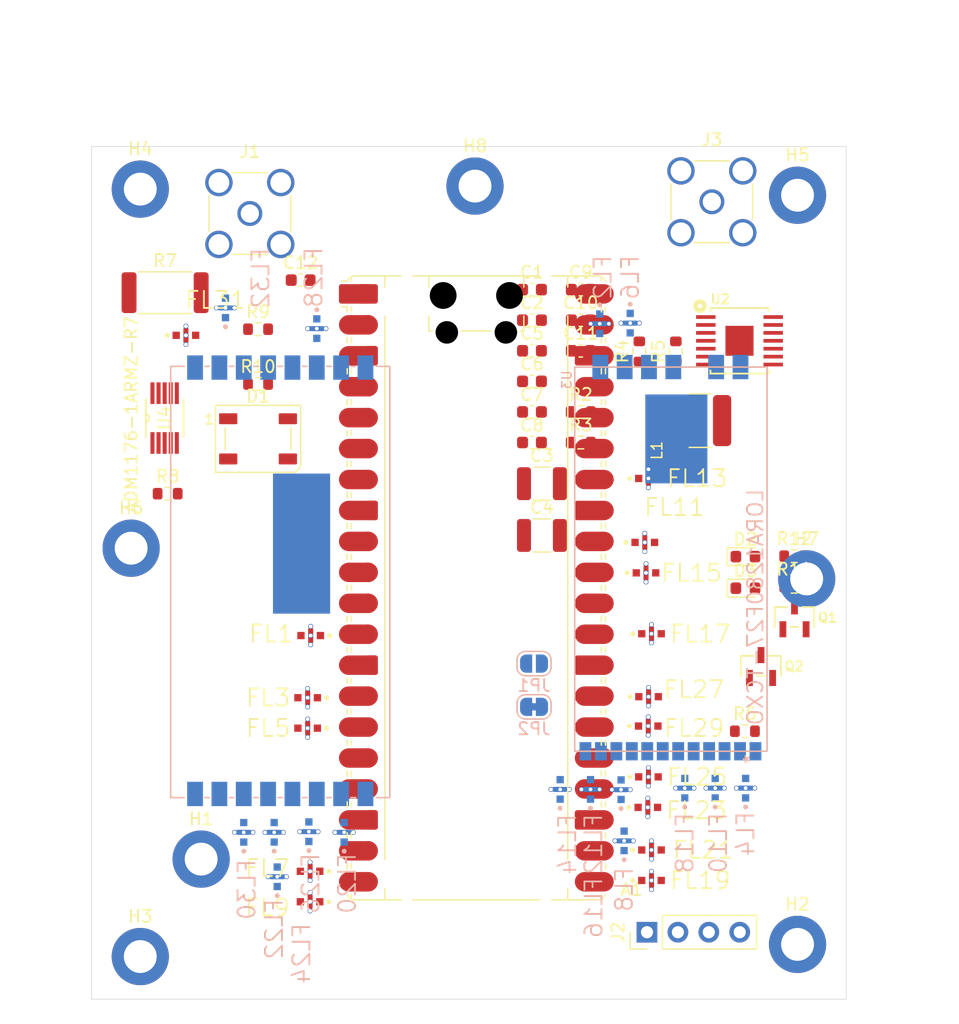
<source format=kicad_pcb>
(kicad_pcb (version 20241229) (generator "pcbnew") (generator_version "9.0")
  (layers (0 "F.Cu" signal) (4 "In1.Cu" signal) (6 "In2.Cu" signal) (2 "B.Cu" signal) (13 "F.Paste" user) (15 "B.Paste" user) (5 "F.SilkS" user "F.Silkscreen") (7 "B.SilkS" user "B.Silkscreen") (1 "F.Mask" user) (3 "B.Mask" user) (25 "Edge.Cuts" user))
  (net 0 "")
  (net 1 "SBAND_RXEN")
  (net 5 "UHF_RST")
  (net 6 "SBAND_MISO")
  (net 7 "SBAND_CS")
  (net 8 "SBAND_RXEN_C")
  (net 9 "SBAND_RST")
  (net 10 "SBAND_MOSI")
  (net 11 "5V")
  (net 12 "SBAND_TXEN_C")
  (net 14 "SCL_PWR")
  (net 15 "UHF_RST_C")
  (net 16 "UHF_CS")
  (net 18 "UHF_SCK")
  (net 19 "UHF_MISO")
  (net 20 "SBAND_MISO_C")
  (net 21 "/NEOPIXEL")
  (net 23 "SBAND_CS_C")
  (net 24 "UHF_MOSI")
  (net 25 "3.3V")
  (net 26 "SDA_PWR")
  (net 27 "GND")
  (net 28 "VBATT")
  (net 29 "Net-(U2-VBST)")
  (net 30 "Net-(U2-SW1)")
  (net 31 "/RF_Vcc")
  (net 32 "Net-(U2-VFB)")
  (net 33 "Net-(U2-SS)")
  (net 34 "Net-(U2-VREG5)")
  (net 36 "/RF_3V3")
  (net 37 "Net-(U2-EN)")
  (net 38 "Net-(U2-PG)")
  (net 39 "SBAND_TCXOEN")
  (net 40 "+3V3")
  (net 41 "Net-(U4-TIMER)")
  (net 42 "VBATT_SENSE")
  (net 43 "Net-(U4-ON)")
  (net 48 "/UHF_ANT")
  (net 51 "Net-(J3-In)")
  (net 52 "SBAND_BUSY")
  (net 56 "SBAND_RST_C")
  (net 57 "SBAND_MOSI_C")
  (net 58 "SBAND_BUSY_C")
  (net 59 "UHF_CS_C")
  (net 60 "UHF_SCK_C")
  (net 61 "UHF_MISO_C")
  (net 62 "UHF_D0_C")
  (net 63 "SBAND_D1_C")
  (net 64 "UHF_MOSI_C")
  (net 65 "VBATT_SENSE_C")
  (net 68 "SBAND_SCK_C")
  (net 72 "Net-(D2-A)")
  (net 73 "Net-(D2-K)")
  (net 74 "UHF_D0")
  (net 75 "Net-(D3-K)")
  (net 76 "Net-(D3-A)")
  (net 77 "SBAND_D1")
  (net 78 "SBAND_TXEN")
  (net 81 "SBAND_SCK")
  (net 82 "Net-(FL1-Pad3)")
  (net 83 "Net-(FL3-Pad3)")
  (net 84 "Net-(FL5-Pad3)")
  (net 85 "Net-(FL7-Pad3)")
  (net 86 "Net-(FL10-Pad1)")
  (net 87 "Net-(FL11-Pad3)")
  (net 88 "Net-(FL13-Pad3)")
  (net 89 "Net-(FL15-Pad3)")
  (net 90 "Net-(FL17-Pad3)")
  (net 91 "Net-(FL19-Pad3)")
  (net 92 "Net-(FL21-Pad3)")
  (net 93 "Net-(FL23-Pad3)")
  (net 94 "Net-(FL25-Pad3)")
  (net 95 "Net-(FL27-Pad3)")
  (net 96 "Net-(FL29-Pad3)")
  (net 97 "Net-(FL31-Pad3)")
  (footprint "Resistor_SMD:R_0603_1608Metric" (layer "F.Cu") (at 179.73 99.639)
    (property "Reference" "R11" (at 0 -1.43 0) (layer "F.SilkS"))
    (property "Value" "1K")
    (pad "1" smd roundrect (at -0.825 0) (size 0.8 0.95) (layers "F.Cu" "F.Mask" "F.Paste") (net 28 "VBATT"))
    (pad "2" smd roundrect (at 0.825 0) (size 0.8 0.95) (layers "F.Cu" "F.Mask" "F.Paste") (net 72 "Net-(D2-A)"))
  )
  (footprint "Capacitor_SMD:C_1210_3225Metric" (layer "F.Cu") (at 159 91.18)
    (property "Reference" "C3" (at 0 -2.3 0) (layer "F.SilkS"))
    (property "Value" "47uF")
    (pad "1" smd roundrect (at -1.475 0) (size 1.15 2.7) (layers "F.Cu" "F.Mask" "F.Paste") (roundrect_rratio 0.217391) (net 28 "VBATT"))
    (pad "2" smd roundrect (at 1.475 0) (size 1.15 2.7) (layers "F.Cu" "F.Mask" "F.Paste") (roundrect_rratio 0.217391) (net 27 "GND"))
  )
  (footprint "NFM18CC101R1C3D:FIL_NFM18CC101R1C3D" (layer "F.Cu") (at 129.75 79)
    (property "Reference" "FL31" (at 2.445 -2.889 0) (layer "F.SilkS") (effects (font (size 1.4 1.4))))
    (property "Value" "NFM18CC101R1C3D")
    (pad "1" smd rect (at -0.8 0) (size 0.6 0.6) (layers "F.Cu" "F.Paste") (net 65 "VBATT_SENSE_C"))
    (pad "2" smd custom (at 0 -0.4) (size 0.4 0.4) (layers "F.Cu" "F.Paste") (net 27 "GND") (options (clearance outline) (anchor rect)) (primitives (gr_poly (pts (xy -0.2 -0.1) (xy 0.2 -0.1) (xy 0.2 0.9) (xy -0.2 0.9)) (width 0.01) (fill yes))))
    (pad "2_1" smd rect (at 0 0.4) (size 0.4 0.4) (layers "F.Cu" "F.Paste") (net 27 "GND"))
    (pad "2_2" thru_hole circle (at 0 -0.75) (size 0.4 0.4) (drill 0.3) (layers "*.Cu") (net 27 "GND"))
    (pad "2_3" thru_hole circle (at 0 0) (size 0.4 0.4) (drill 0.3) (layers "*.Cu") (net 27 "GND"))
    (pad "2_4" thru_hole circle (at 0 0.75) (size 0.4 0.4) (drill 0.3) (layers "*.Cu") (net 27 "GND"))
    (pad "3" smd rect (at 0.8 0) (size 0.6 0.6) (layers "F.Cu" "F.Paste") (net 97 "Net-(FL31-Pad3)"))
  )
  (footprint "Capacitor_SMD:C_0603_1608Metric" (layer "F.Cu") (at 158.18 85.29)
    (property "Reference" "C7" (at 0 -1.43 0) (layer "F.SilkS"))
    (property "Value" "22pF")
    (pad "1" smd roundrect (at -0.775 0) (size 0.9 0.95) (layers "F.Cu" "F.Mask" "F.Paste") (net 11 "5V"))
    (pad "2" smd roundrect (at 0.775 0) (size 0.9 0.95) (layers "F.Cu" "F.Mask" "F.Paste") (net 32 "Net-(U2-VFB)"))
  )
  (footprint "NFM18CC101R1C3D:FIL_NFM18CC101R1C3D" (layer "F.Cu") (at 167.75 115.25)
    (property "Reference" "FL25" (at 4 0 0) (layer "F.SilkS") (effects (font (size 1.4 1.4))))
    (property "Value" "NFM18CC101R1C3D")
    (pad "1" smd rect (at -0.8 0) (size 0.6 0.6) (layers "F.Cu" "F.Paste") (net 64 "UHF_MOSI_C"))
    (pad "2" smd custom (at 0 -0.4) (size 0.4 0.4) (layers "F.Cu" "F.Paste") (net 27 "GND") (options (clearance outline) (anchor rect)) (primitives (gr_poly (pts (xy -0.2 -0.1) (xy 0.2 -0.1) (xy 0.2 0.9) (xy -0.2 0.9)) (width 0.01) (fill yes))))
    (pad "2_1" smd rect (at 0 0.4) (size 0.4 0.4) (layers "F.Cu" "F.Paste") (net 27 "GND"))
    (pad "2_2" thru_hole circle (at 0 -0.75) (size 0.4 0.4) (drill 0.3) (layers "*.Cu") (net 27 "GND"))
    (pad "2_3" thru_hole circle (at 0 0) (size 0.4 0.4) (drill 0.3) (layers "*.Cu") (net 27 "GND"))
    (pad "2_4" thru_hole circle (at 0 0.75) (size 0.4 0.4) (drill 0.3) (layers "*.Cu") (net 27 "GND"))
    (pad "3" smd rect (at 0.8 0) (size 0.6 0.6) (layers "F.Cu" "F.Paste") (net 94 "Net-(FL25-Pad3)"))
  )
  (footprint "Capacitor_SMD:C_0603_1608Metric" (layer "F.Cu") (at 158.18 80.27)
    (property "Reference" "C5" (at 0 -1.43 0) (layer "F.SilkS"))
    (property "Value" "0.1uF")
    (pad "1" smd roundrect (at -0.775 0) (size 0.9 0.95) (layers "F.Cu" "F.Mask" "F.Paste") (net 30 "Net-(U2-SW1)"))
    (pad "2" smd roundrect (at 0.775 0) (size 0.9 0.95) (layers "F.Cu" "F.Mask" "F.Paste") (net 29 "Net-(U2-VBST)"))
  )
  (footprint "ssi_IC:ADM1176-1ARMZ-R7" (layer "F.Cu") (at 128 85.7947 90)
    (property "Reference" "U4" (at 0 0 90) (layer "F.SilkS"))
    (property "Value" "ADM1176-1ARMZ-R7" (at 0.2947 -2.75 270) (layer "F.SilkS"))
    (pad "1" smd rect (at -2.0447 -1.000001 90) (size 1.778 0.3302) (layers "F.Cu" "F.Mask" "F.Paste") (net 42 "VBATT_SENSE"))
    (pad "2" smd rect (at -2.0447 -0.499999 90) (size 1.778 0.3302) (layers "F.Cu" "F.Mask" "F.Paste") (net 28 "VBATT"))
    (pad "3" smd rect (at -2.0447 0 90) (size 1.778 0.3302) (layers "F.Cu" "F.Mask" "F.Paste") (net 43 "Net-(U4-ON)"))
    (pad "4" smd rect (at -2.0447 0.499999 90) (size 1.778 0.3302) (layers "F.Cu" "F.Mask" "F.Paste") (net 27 "GND"))
    (pad "5" smd rect (at -2.0447 1.000001 90) (size 1.778 0.3302) (layers "F.Cu" "F.Mask" "F.Paste") (net 41 "Net-(U4-TIMER)"))
    (pad "6" smd rect (at 2.0447 1.000001 90) (size 1.778 0.3302) (layers "F.Cu" "F.Mask" "F.Paste") (net 14 "SCL_PWR"))
    (pad "7" smd rect (at 2.0447 0.499999 90) (size 1.778 0.3302) (layers "F.Cu" "F.Mask" "F.Paste") (net 26 "SDA_PWR"))
    (pad "8" smd rect (at 2.0447 0 90) (size 1.778 0.3302) (layers "F.Cu" "F.Mask" "F.Paste"))
    (pad "9" smd rect (at 2.0447 -0.499999 90) (size 1.778 0.3302) (layers "F.Cu" "F.Mask" "F.Paste"))
    (pad "10" smd rect (at 2.0447 -1.000001 90) (size 1.778 0.3302) (layers "F.Cu" "F.Mask" "F.Paste"))
  )
  (footprint "Resistor_SMD:R_0603_1608Metric" (layer "F.Cu") (at 128.25 92)
    (property "Reference" "R8" (at 0 -1.43 0) (layer "F.SilkS"))
    (property "Value" "1k")
    (pad "1" smd roundrect (at -0.825 0) (size 0.8 0.95) (layers "F.Cu" "F.Mask" "F.Paste") (net 28 "VBATT"))
    (pad "2" smd roundrect (at 0.825 0) (size 0.8 0.95) (layers "F.Cu" "F.Mask" "F.Paste") (net 43 "Net-(U4-ON)"))
  )
  (footprint "Capacitor_SMD:C_0603_1608Metric" (layer "F.Cu") (at 158.18 87.8)
    (property "Reference" "C8" (at 0 -1.43 0) (layer "F.SilkS"))
    (property "Value" "3.3nF")
    (pad "1" smd roundrect (at -0.775 0) (size 0.9 0.95) (layers "F.Cu" "F.Mask" "F.Paste") (net 33 "Net-(U2-SS)"))
    (pad "2" smd roundrect (at 0.775 0) (size 0.9 0.95) (layers "F.Cu" "F.Mask" "F.Paste") (net 27 "GND"))
  )
  (footprint "Resistor_SMD:R_0603_1608Metric" (layer "F.Cu") (at 135.675 83)
    (property "Reference" "R10" (at 0 -1.43 0) (layer "F.SilkS"))
    (property "Value" "10k")
    (pad "1" smd roundrect (at -0.825 0) (size 0.8 0.95) (layers "F.Cu" "F.Mask" "F.Paste") (net 25 "3.3V"))
    (pad "2" smd roundrect (at 0.825 0) (size 0.8 0.95) (layers "F.Cu" "F.Mask" "F.Paste") (net 14 "SCL_PWR"))
  )
  (footprint "Connector_PinHeader_2.54mm:PinHeader_1x04_P2.54mm_Vertical" (layer "F.Cu") (at 167.63 128 90)
    (property "Reference" "J2" (at 0 -2.38 90) (layer "F.SilkS"))
    (property "Value" "Conn_01x04_Socket")
    (pad "1" thru_hole rect (at 0 0 90) (size 1.7 1.7) (drill 1) (layers "*.Cu" "*.Mask") (net 65 "VBATT_SENSE_C"))
    (pad "2" thru_hole circle (at 0 2.54 90) (size 1.7 1.7) (drill 1) (layers "*.Cu" "*.Mask") (net 25 "3.3V"))
    (pad "3" thru_hole circle (at 0 5.08 90) (size 1.7 1.7) (drill 1) (layers "*.Cu" "*.Mask") (net 21 "/NEOPIXEL"))
    (pad "4" thru_hole circle (at 0 7.62 90) (size 1.7 1.7) (drill 1) (layers "*.Cu" "*.Mask") (net 27 "GND"))
  )
  (footprint "Resistor_SMD:R_0603_1608Metric" (layer "F.Cu") (at 135.675 78.5)
    (property "Reference" "R9" (at 0 -1.43 0) (layer "F.SilkS"))
    (property "Value" "10k")
    (pad "1" smd roundrect (at -0.825 0) (size 0.8 0.95) (layers "F.Cu" "F.Mask" "F.Paste") (net 25 "3.3V"))
    (pad "2" smd roundrect (at 0.825 0) (size 0.8 0.95) (layers "F.Cu" "F.Mask" "F.Paste") (net 26 "SDA_PWR"))
  )
  (footprint "NFM18CC101R1C3D:FIL_NFM18CC101R1C3D" (layer "F.Cu") (at 139.95 125.5 180)
    (property "Reference" "FL9" (at 3.503919 -0.49155 0) (layer "F.SilkS") (effects (font (size 1.4 1.4))))
    (property "Value" "NFM18CC101R1C3D")
    (pad "1" smd rect (at -0.8 0 180) (size 0.6 0.6) (layers "F.Cu" "F.Paste") (net 58 "SBAND_BUSY_C"))
    (pad "2" smd custom (at 0 -0.4 180) (size 0.4 0.4) (layers "F.Cu" "F.Paste") (net 27 "GND") (options (clearance outline) (anchor rect)) (primitives (gr_poly (pts (xy -0.2 -0.1) (xy 0.2 -0.1) (xy 0.2 0.9) (xy -0.2 0.9)) (width 0.01) (fill yes))))
    (pad "2_1" smd rect (at 0 0.4 180) (size 0.4 0.4) (layers "F.Cu" "F.Paste") (net 27 "GND"))
    (pad "2_2" thru_hole circle (at 0 -0.75 180) (size 0.4 0.4) (drill 0.3) (layers "*.Cu") (net 27 "GND"))
    (pad "2_3" thru_hole circle (at 0 0 180) (size 0.4 0.4) (drill 0.3) (layers "*.Cu") (net 27 "GND"))
    (pad "2_4" thru_hole circle (at 0 0.75 180) (size 0.4 0.4) (drill 0.3) (layers "*.Cu") (net 27 "GND"))
    (pad "3" smd rect (at 0.8 0 180) (size 0.6 0.6) (layers "F.Cu" "F.Paste") (net 86 "Net-(FL10-Pad1)"))
  )
  (footprint "Capacitor_SMD:C_0603_1608Metric" (layer "F.Cu") (at 158.18 77.76)
    (property "Reference" "C2" (at 0 -1.43 0) (layer "F.SilkS"))
    (property "Value" "22uF")
    (pad "1" smd roundrect (at -0.775 0) (size 0.9 0.95) (layers "F.Cu" "F.Mask" "F.Paste") (net 27 "GND"))
    (pad "2" smd roundrect (at 0.775 0) (size 0.9 0.95) (layers "F.Cu" "F.Mask" "F.Paste") (net 11 "5V"))
  )
  (footprint "MountingHole:MountingHole_2.7mm_M2.5_DIN965_Pad" (layer "F.Cu") (at 131 122)
    (property "Reference" "H1" (at 0 -3.3 0) (layer "F.SilkS"))
    (property "Value" "MountingHole_Pad")
    (pad "1" thru_hole circle (at 0 0) (size 4.7 4.7) (drill 2.7) (layers "*.Cu" "*.Mask") (net 27 "GND"))
  )
  (footprint "NFM18CC101R1C3D:FIL_NFM18CC101R1C3D" (layer "F.Cu") (at 139.75 108.75 180)
    (property "Reference" "FL3" (at 3.25 0 0) (layer "F.SilkS") (effects (font (size 1.4 1.4))))
    (property "Value" "NFM18CC101R1C3D")
    (pad "1" smd rect (at -0.8 0 180) (size 0.6 0.6) (layers "F.Cu" "F.Paste") (net 56 "SBAND_RST_C"))
    (pad "2" smd custom (at 0 -0.4 180) (size 0.4 0.4) (layers "F.Cu" "F.Paste") (net 27 "GND") (options (clearance outline) (anchor rect)) (primitives (gr_poly (pts (xy -0.2 -0.1) (xy 0.2 -0.1) (xy 0.2 0.9) (xy -0.2 0.9)) (width 0.01) (fill yes))))
    (pad "2_1" smd rect (at 0 0.4 180) (size 0.4 0.4) (layers "F.Cu" "F.Paste") (net 27 "GND"))
    (pad "2_2" thru_hole circle (at 0 -0.75 180) (size 0.4 0.4) (drill 0.3) (layers "*.Cu") (net 27 "GND"))
    (pad "2_3" thru_hole circle (at 0 0 180) (size 0.4 0.4) (drill 0.3) (layers "*.Cu") (net 27 "GND"))
    (pad "2_4" thru_hole circle (at 0 0.75 180) (size 0.4 0.4) (drill 0.3) (layers "*.Cu") (net 27 "GND"))
    (pad "3" smd rect (at 0.8 0 180) (size 0.6 0.6) (layers "F.Cu" "F.Paste") (net 83 "Net-(FL3-Pad3)"))
  )
  (footprint "ssi_connector:SMA_Amphenol_901-144_horizontal" (layer "F.Cu") (at 172.96 68.04)
    (property "Reference" "J3" (at 0 -5.08 0) (layer "F.SilkS"))
    (property "Value" "Amphenol_901-144")
    (pad "1" thru_hole circle (at 0 0) (size 2.05 2.05) (drill 1.5) (layers "*.Cu" "*.Mask") (net 51 "Net-(J3-In)"))
    (pad "2" thru_hole circle (at -2.54 -2.54) (size 2.25 2.25) (drill 1.7) (layers "*.Cu" "*.Mask") (net 27 "GND"))
    (pad "2" thru_hole circle (at -2.54 2.54) (size 2.25 2.25) (drill 1.7) (layers "*.Cu" "*.Mask") (net 27 "GND"))
    (pad "2" thru_hole circle (at 2.54 -2.54) (size 2.25 2.25) (drill 1.7) (layers "*.Cu" "*.Mask") (net 27 "GND"))
    (pad "2" thru_hole circle (at 2.54 2.54) (size 2.25 2.25) (drill 1.7) (layers "*.Cu" "*.Mask") (net 27 "GND"))
  )
  (footprint "NFM18CC101R1C3D:FIL_NFM18CC101R1C3D" (layer "F.Cu") (at 139.75 111.25 180)
    (property "Reference" "FL5" (at 3.25 0 0) (layer "F.SilkS") (effects (font (size 1.4 1.4))))
    (property "Value" "NFM18CC101R1C3D")
    (pad "1" smd rect (at -0.8 0 180) (size 0.6 0.6) (layers "F.Cu" "F.Paste") (net 8 "SBAND_RXEN_C"))
    (pad "2" smd custom (at 0 -0.4 180) (size 0.4 0.4) (layers "F.Cu" "F.Paste") (net 27 "GND") (options (clearance outline) (anchor rect)) (primitives (gr_poly (pts (xy -0.2 -0.1) (xy 0.2 -0.1) (xy 0.2 0.9) (xy -0.2 0.9)) (width 0.01) (fill yes))))
    (pad "2_1" smd rect (at 0 0.4 180) (size 0.4 0.4) (layers "F.Cu" "F.Paste") (net 27 "GND"))
    (pad "2_2" thru_hole circle (at 0 -0.75 180) (size 0.4 0.4) (drill 0.3) (layers "*.Cu") (net 27 "GND"))
    (pad "2_3" thru_hole circle (at 0 0 180) (size 0.4 0.4) (drill 0.3) (layers "*.Cu") (net 27 "GND"))
    (pad "2_4" thru_hole circle (at 0 0.75 180) (size 0.4 0.4) (drill 0.3) (layers "*.Cu") (net 27 "GND"))
    (pad "3" smd rect (at 0.8 0 180) (size 0.6 0.6) (layers "F.Cu" "F.Paste") (net 84 "Net-(FL5-Pad3)"))
  )
  (footprint "Capacitor_SMD:C_1210_3225Metric" (layer "F.Cu") (at 159 95.43)
    (property "Reference" "C4" (at 0 -2.3 0) (layer "F.SilkS"))
    (property "Value" "47uF")
    (pad "1" smd roundrect (at -1.475 0) (size 1.15 2.7) (layers "F.Cu" "F.Mask" "F.Paste") (roundrect_rratio 0.217391) (net 28 "VBATT"))
    (pad "2" smd roundrect (at 1.475 0) (size 1.15 2.7) (layers "F.Cu" "F.Mask" "F.Paste") (roundrect_rratio 0.217391) (net 27 "GND"))
  )
  (footprint "ssi_transistor:SOT-23" (layer "F.Cu") (at 177 106.1263)
    (property "Reference" "Q2" (at 1.8415 0.508 180) (layer "F.SilkS") (effects (font (size 0.77216 0.77216) (thickness 0.154432)) (justify left bottom)))
    (property "Value" "IRLML2803" (hide yes))
    (pad "1" smd rect (at -0.9525 1.0033) (size 0.5588 1.3208) (layers "F.Cu" "F.Mask" "F.Paste") (net 15 "UHF_RST_C"))
    (pad "2" smd rect (at 0.9525 1.0033) (size 0.5588 1.3208) (layers "F.Cu" "F.Mask" "F.Paste") (net 27 "GND"))
    (pad "3" smd rect (at 0 -0.8763) (size 0.5588 1.3208) (layers "F.Cu" "F.Mask" "F.Paste") (net 75 "Net-(D3-K)"))
  )
  (footprint "Capacitor_SMD:C_0603_1608Metric" (layer "F.Cu") (at 162.19 80.27)
    (property "Reference" "C11" (at 0 -1.43 0) (layer "F.SilkS"))
    (property "Value" "0.1uF")
    (pad "1" smd roundrect (at -0.775 0) (size 0.9 0.95) (layers "F.Cu" "F.Mask" "F.Paste") (net 11 "5V"))
    (pad "2" smd roundrect (at 0.775 0) (size 0.9 0.95) (layers "F.Cu" "F.Mask" "F.Paste") (net 27 "GND"))
  )
  (footprint "Capacitor_SMD:C_0603_1608Metric" (layer "F.Cu") (at 162.19 77.76)
    (property "Reference" "C10" (at 0 -1.43 0) (layer "F.SilkS"))
    (property "Value" "0.1uF")
    (pad "1" smd roundrect (at -0.775 0) (size 0.9 0.95) (layers "F.Cu" "F.Mask" "F.Paste") (net 25 "3.3V"))
    (pad "2" smd roundrect (at 0.775 0) (size 0.9 0.95) (layers "F.Cu" "F.Mask" "F.Paste") (net 27 "GND"))
  )
  (footprint "NFM18CC101R1C3D:FIL_NFM18CC101R1C3D" (layer "F.Cu") (at 167.759534 108.666075)
    (property "Reference" "FL29" (at 3.740466 2.583925 0) (layer "F.SilkS") (effects (font (size 1.4 1.4))))
    (property "Value" "NFM18CC101R1C3D")
    (pad "1" smd rect (at -0.8 0) (size 0.6 0.6) (layers "F.Cu" "F.Paste") (net 15 "UHF_RST_C"))
    (pad "2" smd custom (at 0 -0.4) (size 0.4 0.4) (layers "F.Cu" "F.Paste") (net 27 "GND") (options (clearance outline) (anchor rect)) (primitives (gr_poly (pts (xy -0.2 -0.1) (xy 0.2 -0.1) (xy 0.2 0.9) (xy -0.2 0.9)) (width 0.01) (fill yes))))
    (pad "2_1" smd rect (at 0 0.4) (size 0.4 0.4) (layers "F.Cu" "F.Paste") (net 27 "GND"))
    (pad "2_2" thru_hole circle (at 0 -0.75) (size 0.4 0.4) (drill 0.3) (layers "*.Cu") (net 27 "GND"))
    (pad "2_3" thru_hole circle (at 0 0) (size 0.4 0.4) (drill 0.3) (layers "*.Cu") (net 27 "GND"))
    (pad "2_4" thru_hole circle (at 0 0.75) (size 0.4 0.4) (drill 0.3) (layers "*.Cu") (net 27 "GND"))
    (pad "3" smd rect (at 0.8 0) (size 0.6 0.6) (layers "F.Cu" "F.Paste") (net 96 "Net-(FL29-Pad3)"))
  )
  (footprint "MountingHole:MountingHole_2.7mm_M2.5_DIN965_Pad" (layer "F.Cu") (at 126 130)
    (property "Reference" "H3" (at 0 -3.3 0) (layer "F.SilkS"))
    (property "Value" "MountingHole_Pad")
    (pad "1" thru_hole circle (at 0 0) (size 4.7 4.7) (drill 2.7) (layers "*.Cu" "*.Mask") (net 27 "GND"))
  )
  (footprint "MountingHole:MountingHole_2.7mm_M2.5_DIN965_Pad" (layer "F.Cu") (at 153.5 66.75)
    (property "Reference" "H8" (at 0 -3.3 0) (layer "F.SilkS"))
    (property "Value" "MountingHole_Pad")
    (pad "1" thru_hole circle (at 0 0) (size 4.7 4.7) (drill 2.7) (layers "*.Cu" "*.Mask") (net 27 "GND"))
  )
  (footprint "LED_SMD:LED_0603_1608Metric" (layer "F.Cu") (at 175.72 97.169)
    (property "Reference" "D2" (at 0 -1.43 0) (layer "F.SilkS"))
    (property "Value" "GREEN LED")
    (pad "1" smd roundrect (at -0.7875 0) (size 0.875 0.95) (layers "F.Cu" "F.Mask" "F.Paste") (net 73 "Net-(D2-K)"))
    (pad "2" smd roundrect (at 0.7875 0) (size 0.875 0.95) (layers "F.Cu" "F.Mask" "F.Paste") (net 72 "Net-(D2-A)"))
  )
  (footprint "Capacitor_SMD:C_0603_1608Metric" (layer "F.Cu") (at 158.18 75.25)
    (property "Reference" "C1" (at 0 -1.43 0) (layer "F.SilkS"))
    (property "Value" "22uF")
    (pad "1" smd roundrect (at -0.775 0) (size 0.9 0.95) (layers "F.Cu" "F.Mask" "F.Paste") (net 27 "GND"))
    (pad "2" smd roundrect (at 0.775 0) (size 0.9 0.95) (layers "F.Cu" "F.Mask" "F.Paste") (net 11 "5V"))
  )
  (footprint "NFM18CC101R1C3D:FIL_NFM18CC101R1C3D" (layer "F.Cu") (at 139.95 123 180)
    (property "Reference" "FL7" (at 3.5 0.25 0) (layer "F.SilkS") (effects (font (size 1.4 1.4))))
    (property "Value" "NFM18CC101R1C3D")
    (pad "1" smd rect (at -0.8 0 180) (size 0.6 0.6) (layers "F.Cu" "F.Paste") (net 23 "SBAND_CS_C"))
    (pad "2" smd custom (at 0 -0.4 180) (size 0.4 0.4) (layers "F.Cu" "F.Paste") (net 27 "GND") (options (clearance outline) (anchor rect)) (primitives (gr_poly (pts (xy -0.2 -0.1) (xy 0.2 -0.1) (xy 0.2 0.9) (xy -0.2 0.9)) (width 0.01) (fill yes))))
    (pad "2_1" smd rect (at 0 0.4 180) (size 0.4 0.4) (layers "F.Cu" "F.Paste") (net 27 "GND"))
    (pad "2_2" thru_hole circle (at 0 -0.75 180) (size 0.4 0.4) (drill 0.3) (layers "*.Cu") (net 27 "GND"))
    (pad "2_3" thru_hole circle (at 0 0 180) (size 0.4 0.4) (drill 0.3) (layers "*.Cu") (net 27 "GND"))
    (pad "2_4" thru_hole circle (at 0 0.75 180) (size 0.4 0.4) (drill 0.3) (layers "*.Cu") (net 27 "GND"))
    (pad "3" smd rect (at 0.8 0 180) (size 0.6 0.6) (layers "F.Cu" "F.Paste") (net 85 "Net-(FL7-Pad3)"))
  )
  (footprint "MountingHole:MountingHole_2.7mm_M2.5_DIN965_Pad" (layer "F.Cu") (at 180.75 99)
    (property "Reference" "H7" (at 0 -3.3 0) (layer "F.SilkS"))
    (property "Value" "MountingHole_Pad")
    (pad "1" thru_hole circle (at 0 0) (size 4.7 4.7) (drill 2.7) (layers "*.Cu" "*.Mask") (net 27 "GND"))
  )
  (footprint "Resistor_SMD:R_0603_1608Metric" (layer "F.Cu") (at 170 80.325 90)
    (property "Reference" "R5" (at 0 -1.43 90) (layer "F.SilkS"))
    (property "Value" "100k")
    (pad "1" smd roundrect (at -0.825 0 90) (size 0.8 0.95) (layers "F.Cu" "F.Mask" "F.Paste") (net 38 "Net-(U2-PG)"))
    (pad "2" smd roundrect (at 0.825 0 90) (size 0.8 0.95) (layers "F.Cu" "F.Mask" "F.Paste") (net 34 "Net-(U2-VREG5)"))
  )
  (footprint "Capacitor_SMD:C_0603_1608Metric" (layer "F.Cu") (at 139.175 74.47)
    (property "Reference" "C12" (at 0 -1.43 0) (layer "F.SilkS"))
    (property "Value" "3.3nF")
    (pad "1" smd roundrect (at -0.775 0) (size 0.9 0.95) (layers "F.Cu" "F.Mask" "F.Paste") (net 27 "GND"))
    (pad "2" smd roundrect (at 0.775 0) (size 0.9 0.95) (layers "F.Cu" "F.Mask" "F.Paste") (net 41 "Net-(U4-TIMER)"))
  )
  (footprint "Capacitor_SMD:C_0603_1608Metric" (layer "F.Cu") (at 162.19 75.25)
    (property "Reference" "C9" (at 0 -1.43 0) (layer "F.SilkS"))
    (property "Value" "1uF")
    (pad "1" smd roundrect (at -0.775 0) (size 0.9 0.95) (layers "F.Cu" "F.Mask" "F.Paste") (net 34 "Net-(U2-VREG5)"))
    (pad "2" smd roundrect (at 0.775 0) (size 0.9 0.95) (layers "F.Cu" "F.Mask" "F.Paste") (net 27 "GND"))
  )
  (footprint "NFM18CC101R1C3D:FIL_NFM18CC101R1C3D" (layer "F.Cu") (at 167.55 98.5)
    (property "Reference" "FL15" (at 3.75 0 0) (layer "F.SilkS") (effects (font (size 1.4 1.4))))
    (property "Value" "NFM18CC101R1C3D")
    (pad "1" smd rect (at -0.8 0) (size 0.6 0.6) (layers "F.Cu" "F.Paste") (net 68 "SBAND_SCK_C"))
    (pad "2" smd custom (at 0 -0.4) (size 0.4 0.4) (layers "F.Cu" "F.Paste") (net 27 "GND") (options (clearance outline) (anchor rect)) (primitives (gr_poly (pts (xy -0.2 -0.1) (xy 0.2 -0.1) (xy 0.2 0.9) (xy -0.2 0.9)) (width 0.01) (fill yes))))
    (pad "2_1" smd rect (at 0 0.4) (size 0.4 0.4) (layers "F.Cu" "F.Paste") (net 27 "GND"))
    (pad "2_2" thru_hole circle (at 0 -0.75) (size 0.4 0.4) (drill 0.3) (layers "*.Cu") (net 27 "GND"))
    (pad "2_3" thru_hole circle (at 0 0) (size 0.4 0.4) (drill 0.3) (layers "*.Cu") (net 27 "GND"))
    (pad "2_4" thru_hole circle (at 0 0.75) (size 0.4 0.4) (drill 0.3) (layers "*.Cu") (net 27 "GND"))
    (pad "3" smd rect (at 0.8 0) (size 0.6 0.6) (layers "F.Cu" "F.Paste") (net 89 "Net-(FL15-Pad3)"))
  )
  (footprint "Resistor_SMD:R_0603_1608Metric" (layer "F.Cu") (at 179.73 97.129)
    (property "Reference" "R12" (at 0 -1.43 0) (layer "F.SilkS"))
    (property "Value" "1K")
    (pad "1" smd roundrect (at -0.825 0) (size 0.8 0.95) (layers "F.Cu" "F.Mask" "F.Paste") (net 28 "VBATT"))
    (pad "2" smd roundrect (at 0.825 0) (size 0.8 0.95) (layers "F.Cu" "F.Mask" "F.Paste") (net 76 "Net-(D3-A)"))
  )
  (footprint "NFM18CC101R1C3D:FIL_NFM18CC101R1C3D" (layer "F.Cu") (at 167.45 96)
    (property "Reference" "FL11" (at 2.445 -2.889 0) (layer "F.SilkS") (effects (font (size 1.4 1.4))))
    (property "Value" "NFM18CC101R1C3D")
    (pad "1" smd rect (at -0.8 0) (size 0.6 0.6) (layers "F.Cu" "F.Paste") (net 57 "SBAND_MOSI_C"))
    (pad "2" smd custom (at 0 -0.4) (size 0.4 0.4) (layers "F.Cu" "F.Paste") (net 27 "GND") (options (clearance outline) (anchor rect)) (primitives (gr_poly (pts (xy -0.2 -0.1) (xy 0.2 -0.1) (xy 0.2 0.9) (xy -0.2 0.9)) (width 0.01) (fill yes))))
    (pad "2_1" smd rect (at 0 0.4) (size 0.4 0.4) (layers "F.Cu" "F.Paste") (net 27 "GND"))
    (pad "2_2" thru_hole circle (at 0 -0.75) (size 0.4 0.4) (drill 0.3) (layers "*.Cu") (net 27 "GND"))
    (pad "2_3" thru_hole circle (at 0 0) (size 0.4 0.4) (drill 0.3) (layers "*.Cu") (net 27 "GND"))
    (pad "2_4" thru_hole circle (at 0 0.75) (size 0.4 0.4) (drill 0.3) (layers "*.Cu") (net 27 "GND"))
    (pad "3" smd rect (at 0.8 0) (size 0.6 0.6) (layers "F.Cu" "F.Paste") (net 87 "Net-(FL11-Pad3)"))
  )
  (footprint "Resistor_SMD:R_0603_1608Metric" (layer "F.Cu") (at 167 80.325 90)
    (property "Reference" "R4" (at 0 -1.43 90) (layer "F.SilkS"))
    (property "Value" "22.1k")
    (pad "1" smd roundrect (at -0.825 0 90) (size 0.8 0.95) (layers "F.Cu" "F.Mask" "F.Paste") (net 27 "GND"))
    (pad "2" smd roundrect (at 0.825 0 90) (size 0.8 0.95) (layers "F.Cu" "F.Mask" "F.Paste") (net 32 "Net-(U2-VFB)"))
  )
  (footprint "LED_SMD:LED_WS2812B_PLCC4_5.0x5.0mm_P3.2mm" (layer "F.Cu") (at 135.675 87.5)
    (property "Reference" "D1" (at 0 -3.5 0) (layer "F.SilkS"))
    (property "Value" "1655")
    (fp_text user "1" (at -4 -1.6 0) (layer "F.SilkS") (effects (font (size 0.8 0.8))))
    (pad "1" smd roundrect (at -2.45 -1.65) (size 1.5 0.9) (layers "F.Cu" "F.Mask" "F.Paste") (roundrect_rratio 0.1) (net 25 "3.3V"))
    (pad "2" smd roundrect (at -2.45 1.65) (size 1.5 0.9) (layers "F.Cu" "F.Mask" "F.Paste") (roundrect_rratio 0.1))
    (pad "3" smd roundrect (at 2.45 1.65) (size 1.5 0.9) (layers "F.Cu" "F.Mask" "F.Paste") (roundrect_rratio 0.1) (net 27 "GND"))
    (pad "4" smd roundrect (at 2.45 -1.65) (size 1.5 0.9) (layers "F.Cu" "F.Mask" "F.Paste") (roundrect_rratio 0.1) (net 21 "/NEOPIXEL"))
  )
  (footprint "Resistor_SMD:R_0603_1608Metric" (layer "F.Cu") (at 162.19 85.29)
    (property "Reference" "R2" (at 0 -1.43 0) (layer "F.SilkS"))
    (property "Value" "330k")
    (pad "1" smd roundrect (at -0.825 0) (size 0.8 0.95) (layers "F.Cu" "F.Mask" "F.Paste") (net 28 "VBATT"))
    (pad "2" smd roundrect (at 0.825 0) (size 0.8 0.95) (layers "F.Cu" "F.Mask" "F.Paste") (net 37 "Net-(U2-EN)"))
  )
  (footprint "NFM18CC101R1C3D:FIL_NFM18CC101R1C3D" (layer "F.Cu") (at 167.732583 111.07523)
    (property "Reference" "FL27" (at 3.75 -3 0) (layer "F.SilkS") (effects (font (size 1.4 1.4))))
    (property "Value" "NFM18CC101R1C3D")
    (pad "1" smd rect (at -0.8 0) (size 0.6 0.6) (layers "F.Cu" "F.Paste") (net 62 "UHF_D0_C"))
    (pad "2" smd custom (at 0 -0.4) (size 0.4 0.4) (layers "F.Cu" "F.Paste") (net 27 "GND") (options (clearance outline) (anchor rect)) (primitives (gr_poly (pts (xy -0.2 -0.1) (xy 0.2 -0.1) (xy 0.2 0.9) (xy -0.2 0.9)) (width 0.01) (fill yes))))
    (pad "2_1" smd rect (at 0 0.4) (size 0.4 0.4) (layers "F.Cu" "F.Paste") (net 27 "GND"))
    (pad "2_2" thru_hole circle (at 0 -0.75) (size 0.4 0.4) (drill 0.3) (layers "*.Cu") (net 27 "GND"))
    (pad "2_3" thru_hole circle (at 0 0) (size 0.4 0.4) (drill 0.3) (layers "*.Cu") (net 27 "GND"))
    (pad "2_4" thru_hole circle (at 0 0.75) (size 0.4 0.4) (drill 0.3) (layers "*.Cu") (net 27 "GND"))
    (pad "3" smd rect (at 0.8 0) (size 0.6 0.6) (layers "F.Cu" "F.Paste") (net 95 "Net-(FL27-Pad3)"))
  )
  (footprint "ssi_transistor:SOT-23" (layer "F.Cu") (at 179.75 102.1263)
    (property "Reference" "Q1" (at 1.8415 0.508 180) (layer "F.SilkS") (effects (font (size 0.77216 0.77216) (thickness 0.154432)) (justify left bottom)))
    (property "Value" "IRLML2803" (hide yes))
    (pad "1" smd rect (at -0.9525 1.0033) (size 0.5588 1.3208) (layers "F.Cu" "F.Mask" "F.Paste") (net 56 "SBAND_RST_C"))
    (pad "2" smd rect (at 0.9525 1.0033) (size 0.5588 1.3208) (layers "F.Cu" "F.Mask" "F.Paste") (net 27 "GND"))
    (pad "3" smd rect (at 0 -0.8763) (size 0.5588 1.3208) (layers "F.Cu" "F.Mask" "F.Paste") (net 73 "Net-(D2-K)"))
  )
  (footprint "LED_SMD:LED_0603_1608Metric" (layer "F.Cu") (at 175.72 99.759)
    (property "Reference" "D3" (at 0 -1.43 0) (layer "F.SilkS"))
    (property "Value" "GREEN LED")
    (pad "1" smd roundrect (at -0.7875 0) (size 0.875 0.95) (layers "F.Cu" "F.Mask" "F.Paste") (net 75 "Net-(D3-K)"))
    (pad "2" smd roundrect (at 0.7875 0) (size 0.875 0.95) (layers "F.Cu" "F.Mask" "F.Paste") (net 76 "Net-(D3-A)"))
  )
  (footprint "Resistor_SMD:R_0603_1608Metric" (layer "F.Cu") (at 175.675 111.5)
    (property "Reference" "R6" (at 0 -1.43 0) (layer "F.SilkS"))
    (property "Value" "10k")
    (pad "1" smd roundrect (at -0.825 0) (size 0.8 0.95) (layers "F.Cu" "F.Mask" "F.Paste") (net 40 "+3V3"))
    (pad "2" smd roundrect (at 0.825 0) (size 0.8 0.95) (layers "F.Cu" "F.Mask" "F.Paste") (net 39 "SBAND_TCXOEN"))
  )
  (footprint "Resistor_SMD:R_0603_1608Metric" (layer "F.Cu") (at 162.19 87.8)
    (property "Reference" "R3" (at 0 -1.43 0) (layer "F.SilkS"))
    (property "Value" "121k")
    (pad "1" smd roundrect (at -0.825 0) (size 0.8 0.95) (layers "F.Cu" "F.Mask" "F.Paste") (net 32 "Net-(U2-VFB)"))
    (pad "2" smd roundrect (at 0.825 0) (size 0.8 0.95) (layers "F.Cu" "F.Mask" "F.Paste") (net 11 "5V"))
  )
  (footprint "MountingHole:MountingHole_2.7mm_M2.5_DIN965_Pad" (layer "F.Cu") (at 180 129)
    (property "Reference" "H2" (at 0 -3.3 0) (layer "F.SilkS"))
    (property "Value" "MountingHole_Pad")
    (pad "1" thru_hole circle (at 0 0) (size 4.7 4.7) (drill 2.7) (layers "*.Cu" "*.Mask") (net 27 "GND"))
  )
  (footprint "Resistor_SMD:R_2512_6332Metric" (layer "F.Cu") (at 128.0375 75.5)
    (property "Reference" "R7" (at 0 -2.63 0) (layer "F.SilkS"))
    (property "Value" "0.02")
    (pad "1" smd roundrect (at -2.9625 0) (size 1.225 3.35) (layers "F.Cu" "F.Mask" "F.Paste") (roundrect_rratio 0.204082) (net 28 "VBATT"))
    (pad "2" smd roundrect (at 2.9625 0) (size 1.225 3.35) (layers "F.Cu" "F.Mask" "F.Paste") (roundrect_rratio 0.204082) (net 42 "VBATT_SENSE"))
  )
  (footprint "NFM18CC101R1C3D:FIL_NFM18CC101R1C3D" (layer "F.Cu") (at 168 123.75)
    (property "Reference" "FL19" (at 4 0 0) (layer "F.SilkS") (effects (font (size 1.4 1.4))))
    (property "Value" "NFM18CC101R1C3D")
    (pad "1" smd rect (at -0.8 0) (size 0.6 0.6) (layers "F.Cu" "F.Paste") (net 61 "UHF_MISO_C"))
    (pad "2" smd custom (at 0 -0.4) (size 0.4 0.4) (layers "F.Cu" "F.Paste") (net 27 "GND") (options (clearance outline) (anchor rect)) (primitives (gr_poly (pts (xy -0.2 -0.1) (xy 0.2 -0.1) (xy 0.2 0.9) (xy -0.2 0.9)) (width 0.01) (fill yes))))
    (pad "2_1" smd rect (at 0 0.4) (size 0.4 0.4) (layers "F.Cu" "F.Paste") (net 27 "GND"))
    (pad "2_2" thru_hole circle (at 0 -0.75) (size 0.4 0.4) (drill 0.3) (layers "*.Cu") (net 27 "GND"))
    (pad "2_3" thru_hole circle (at 0 0) (size 0.4 0.4) (drill 0.3) (layers "*.Cu") (net 27 "GND"))
    (pad "2_4" thru_hole circle (at 0 0.75) (size 0.4 0.4) (drill 0.3) (layers "*.Cu") (net 27 "GND"))
    (pad "3" smd rect (at 0.8 0) (size 0.6 0.6) (layers "F.Cu" "F.Paste") (net 91 "Net-(FL19-Pad3)"))
  )
  (footprint "Capacitor_SMD:C_0603_1608Metric" (layer "F.Cu") (at 158.18 82.78)
    (property "Reference" "C6" (at 0 -1.43 0) (layer "F.SilkS"))
    (property "Value" "10uF")
    (pad "1" smd roundrect (at -0.775 0) (size 0.9 0.95) (layers "F.Cu" "F.Mask" "F.Paste") (net 27 "GND"))
    (pad "2" smd roundrect (at 0.775 0) (size 0.9 0.95) (layers "F.Cu" "F.Mask" "F.Paste") (net 31 "/RF_Vcc"))
  )
  (footprint "Module:RaspberryPi_Pico_Common_Unspecified" (layer "F.Cu") (at 153.61 99.73)
    (property "Reference" "A1" (at 11.7475 24.765 0) (layer "F.SilkS") (effects (justify left)))
    (property "Value" "RaspberryPi_Pico")
    (pad "" np_thru_hole circle (at -2.725 -24) (size 2.2 2.2) (drill 2.2) (layers "*.Mask"))
    (pad "" np_thru_hole circle (at -2.425 -20.97) (size 1.85 1.85) (drill 1.85) (layers "*.Mask"))
    (pad "" np_thru_hole circle (at 2.425 -20.97) (size 1.85 1.85) (drill 1.85) (layers "*.Mask"))
    (pad "" np_thru_hole circle (at 2.725 -24) (size 2.2 2.2) (drill 2.2) (layers "*.Mask"))
    (pad "1" smd custom (at -9.69 -24.13) (size 1.6 0.8) (layers "F.Cu" "F.Mask") (options (clearance outline) (anchor rect)) (primitives (gr_circle (center 0.8 0) (end 1.6 0) (width 0) (fill yes)) (gr_poly (pts (xy -1.6 -0.6) (xy -1.6 0.6) (xy -1.4 0.8) (xy 0.8 0.8) (xy 0.8 -0.8) (xy -1.4 -0.8)) (width 0) (fill yes)) (gr_circle (center -1.4 -0.6) (end -1.2 -0.6) (width 0) (fill yes)) (gr_circle (center -1.4 0.6) (end -1.2 0.6) (width 0) (fill yes))))
    (pad "1" smd roundrect (at -8.89 -24.13) (size 1.6 1.6) (layers "F.Cu" "F.Mask" "F.Paste") (roundrect_rratio 0.125))
    (pad "2" smd roundrect (at -9.69 -21.59) (size 3.2 1.6) (layers "F.Cu" "F.Mask") (roundrect_rratio 0.5))
    (pad "2" smd circle (at -8.89 -21.59) (size 1.6 1.6) (layers "F.Cu" "F.Mask" "F.Paste"))
    (pad "3" smd custom (at -9.69 -19.05) (size 1.6 0.8) (layers "F.Cu" "F.Mask") (net 27 "GND") (options (clearance outline) (anchor rect)) (primitives (gr_circle (center -0.8 0) (end 0 0) (width 0) (fill yes)) (gr_poly (pts (xy 1.6 -0.6) (xy 1.6 0.6) (xy 1.4 0.8) (xy -0.8 0.8) (xy -0.8 -0.8) (xy 1.4 -0.8)) (width 0) (fill yes)) (gr_circle (center 1.4 -0.6) (end 1.6 -0.6) (width 0) (fill yes)) (gr_circle (center 1.4 0.6) (end 1.6 0.6) (width 0) (fill yes))))
    (pad "3" smd custom (at -8.89 -19.05) (size 1.6 1.6) (layers "F.Cu" "F.Mask" "F.Paste") (net 27 "GND") (options (clearance outline) (anchor circle)) (primitives (gr_poly (pts (xy 0.8 0.6) (xy 0.8 -0.6) (xy 0.6 -0.8) (xy 0 -0.8) (xy 0 0.8) (xy 0.6 0.8)) (width 0) (fill yes)) (gr_circle (center 0.6 0.6) (end 0.8 0.6) (width 0) (fill yes)) (gr_circle (center 0.6 -0.6) (end 0.8 -0.6) (width 0) (fill yes))))
    (pad "4" smd roundrect (at -9.69 -16.51) (size 3.2 1.6) (layers "F.Cu" "F.Mask") (roundrect_rratio 0.5))
    (pad "4" smd circle (at -8.89 -16.51) (size 1.6 1.6) (layers "F.Cu" "F.Mask" "F.Paste"))
    (pad "5" smd roundrect (at -9.69 -13.97) (size 3.2 1.6) (layers "F.Cu" "F.Mask") (roundrect_rratio 0.5) (net 21 "/NEOPIXEL"))
    (pad "5" smd circle (at -8.89 -13.97) (size 1.6 1.6) (layers "F.Cu" "F.Mask" "F.Paste") (net 21 "/NEOPIXEL"))
    (pad "6" smd roundrect (at -9.69 -11.43) (size 3.2 1.6) (layers "F.Cu" "F.Mask") (roundrect_rratio 0.5))
    (pad "6" smd circle (at -8.89 -11.43) (size 1.6 1.6) (layers "F.Cu" "F.Mask" "F.Paste"))
    (pad "7" smd roundrect (at -9.69 -8.89) (size 3.2 1.6) (layers "F.Cu" "F.Mask") (roundrect_rratio 0.5))
    (pad "7" smd circle (at -8.89 -8.89) (size 1.6 1.6) (layers "F.Cu" "F.Mask" "F.Paste"))
    (pad "8" smd custom (at -9.69 -6.35) (size 1.6 0.8) (layers "F.Cu" "F.Mask") (net 27 "GND") (options (clearance outline) (anchor rect)) (primitives (gr_circle (center -0.8 0) (end 0 0) (width 0) (fill yes)) (gr_poly (pts (xy 1.6 -0.6) (xy 1.6 0.6) (xy 1.4 0.8) (xy -0.8 0.8) (xy -0.8 -0.8) (xy 1.4 -0.8)) (width 0) (fill yes)) (gr_circle (center 1.4 -0.6) (end 1.6 -0.6) (width 0) (fill yes)) (gr_circle (center 1.4 0.6) (end 1.6 0.6) (width 0) (fill yes))))
    (pad "8" smd custom (at -8.89 -6.35) (size 1.6 1.6) (layers "F.Cu" "F.Mask" "F.Paste") (net 27 "GND") (options (clearance outline) (anchor circle)) (primitives (gr_poly (pts (xy 0.8 0.6) (xy 0.8 -0.6) (xy 0.6 -0.8) (xy 0 -0.8) (xy 0 0.8) (xy 0.6 0.8)) (width 0) (fill yes)) (gr_circle (center 0.6 0.6) (end 0.8 0.6) (width 0) (fill yes)) (gr_circle (center 0.6 -0.6) (end 0.8 -0.6) (width 0) (fill yes))))
    (pad "9" smd roundrect (at -9.69 -3.81) (size 3.2 1.6) (layers "F.Cu" "F.Mask") (roundrect_rratio 0.5))
    (pad "9" smd circle (at -8.89 -3.81) (size 1.6 1.6) (layers "F.Cu" "F.Mask" "F.Paste"))
    (pad "10" smd roundrect (at -9.69 -1.27) (size 3.2 1.6) (layers "F.Cu" "F.Mask") (roundrect_rratio 0.5))
    (pad "10" smd circle (at -8.89 -1.27) (size 1.6 1.6) (layers "F.Cu" "F.Mask" "F.Paste"))
    (pad "11" smd roundrect (at -9.69 1.27) (size 3.2 1.6) (layers "F.Cu" "F.Mask") (roundrect_rratio 0.5))
    (pad "11" smd circle (at -8.89 1.27) (size 1.6 1.6) (layers "F.Cu" "F.Mask" "F.Paste"))
    (pad "12" smd roundrect (at -9.69 3.81) (size 3.2 1.6) (layers "F.Cu" "F.Mask") (roundrect_rratio 0.5) (net 12 "SBAND_TXEN_C"))
    (pad "12" smd circle (at -8.89 3.81) (size 1.6 1.6) (layers "F.Cu" "F.Mask" "F.Paste") (net 12 "SBAND_TXEN_C"))
    (pad "13" smd custom (at -9.69 6.35) (size 1.6 0.8) (layers "F.Cu" "F.Mask") (net 27 "GND") (options (clearance outline) (anchor rect)) (primitives (gr_circle (center -0.8 0) (end 0 0) (width 0) (fill yes)) (gr_poly (pts (xy 1.6 -0.6) (xy 1.6 0.6) (xy 1.4 0.8) (xy -0.8 0.8) (xy -0.8 -0.8) (xy 1.4 -0.8)) (width 0) (fill yes)) (gr_circle (center 1.4 -0.6) (end 1.6 -0.6) (width 0) (fill yes)) (gr_circle (center 1.4 0.6) (end 1.6 0.6) (width 0) (fill yes))))
    (pad "13" smd custom (at -8.89 6.35) (size 1.6 1.6) (layers "F.Cu" "F.Mask" "F.Paste") (net 27 "GND") (options (clearance outline) (anchor circle)) (primitives (gr_poly (pts (xy 0.8 0.6) (xy 0.8 -0.6) (xy 0.6 -0.8) (xy 0 -0.8) (xy 0 0.8) (xy 0.6 0.8)) (width 0) (fill yes)) (gr_circle (center 0.6 0.6) (end 0.8 0.6) (width 0) (fill yes)) (gr_circle (center 0.6 -0.6) (end 0.8 -0.6) (width 0) (fill yes))))
    (pad "14" smd roundrect (at -9.69 8.89) (size 3.2 1.6) (layers "F.Cu" "F.Mask") (roundrect_rratio 0.5) (net 56 "SBAND_RST_C"))
    (pad "14" smd circle (at -8.89 8.89) (size 1.6 1.6) (layers "F.Cu" "F.Mask" "F.Paste") (net 56 "SBAND_RST_C"))
    (pad "15" smd roundrect (at -9.69 11.43) (size 3.2 1.6) (layers "F.Cu" "F.Mask") (roundrect_rratio 0.5) (net 8 "SBAND_RXEN_C"))
    (pad "15" smd circle (at -8.89 11.43) (size 1.6 1.6) (layers "F.Cu" "F.Mask" "F.Paste") (net 8 "SBAND_RXEN_C"))
    (pad "16" smd roundrect (at -9.69 13.97) (size 3.2 1.6) (layers "F.Cu" "F.Mask") (roundrect_rratio 0.5) (net 26 "SDA_PWR"))
    (pad "16" smd circle (at -8.89 13.97) (size 1.6 1.6) (layers "F.Cu" "F.Mask" "F.Paste") (net 26 "SDA_PWR"))
    (pad "17" smd roundrect (at -9.69 16.51) (size 3.2 1.6) (layers "F.Cu" "F.Mask") (roundrect_rratio 0.5) (net 14 "SCL_PWR"))
    (pad "17" smd circle (at -8.89 16.51) (size 1.6 1.6) (layers "F.Cu" "F.Mask" "F.Paste") (net 14 "SCL_PWR"))
    (pad "18" smd custom (at -9.69 19.05) (size 1.6 0.8) (layers "F.Cu" "F.Mask") (net 27 "GND") (options (clearance outline) (anchor rect)) (primitives (gr_circle (center -0.8 0) (end 0 0) (width 0) (fill yes)) (gr_poly (pts (xy 1.6 -0.6) (xy 1.6 0.6) (xy 1.4 0.8) (xy -0.8 0.8) (xy -0.8 -0.8) (xy 1.4 -0.8)) (width 0) (fill yes)) (gr_circle (center 1.4 -0.6) (end 1.6 -0.6) (width 0) (fill yes)) (gr_circle (center 1.4 0.6) (end 1.6 0.6) (width 0) (fill yes))))
    (pad "18" smd custom (at -8.89 19.05) (size 1.6 1.6) (layers "F.Cu" "F.Mask" "F.Paste") (net 27 "GND") (options (clearance outline) (anchor circle)) (primitives (gr_poly (pts (xy 0.8 0.6) (xy 0.8 -0.6) (xy 0.6 -0.8) (xy 0 -0.8) (xy 0 0.8) (xy 0.6 0.8)) (width 0) (fill yes)) (gr_circle (center 0.6 0.6) (end 0.8 0.6) (width 0) (fill yes)) (gr_circle (center 0.6 -0.6) (end 0.8 -0.6) (width 0) (fill yes))))
    (pad "19" smd roundrect (at -9.69 21.59) (size 3.2 1.6) (layers "F.Cu" "F.Mask") (roundrect_rratio 0.5) (net 23 "SBAND_CS_C"))
    (pad "19" smd circle (at -8.89 21.59) (size 1.6 1.6) (layers "F.Cu" "F.Mask" "F.Paste") (net 23 "SBAND_CS_C"))
    (pad "20" smd roundrect (at -9.69 24.13) (size 3.2 1.6) (layers "F.Cu" "F.Mask") (roundrect_rratio 0.5) (net 58 "SBAND_BUSY_C"))
    (pad "20" smd circle (at -8.89 24.13) (size 1.6 1.6) (layers "F.Cu" "F.Mask" "F.Paste") (net 58 "SBAND_BUSY_C"))
    (pad "21" smd roundrect (at 9.69 24.13) (size 3.2 1.6) (layers "F.Cu" "F.Mask") (roundrect_rratio 0.5) (net 61 "UHF_MISO_C"))
    (pad "22" smd roundrect (at 9.69 21.59) (size 3.2 1.6) (layers "F.Cu" "F.Mask") (roundrect_rratio 0.5) (net 59 "UHF_CS_C"))
    (pad "23" smd custom (at 9.69 19.05) (size 1.6 0.8) (layers "F.Cu" "F.Mask") (net 27 "GND") (options (clearance outline) (anchor rect)) (primitives (gr_circle (center 0.8 0) (end 1.6 0) (width 0) (fill yes)) (gr_poly (pts (xy -1.6 -0.6) (xy -1.6 0.6) (xy -1.4 0.8) (xy 0.8 0.8) (xy 0.8 -0.8) (xy -1.4 -0.8)) (width 0) (fill yes)) (gr_circle (center -1.4 -0.6) (end -1.2 -0.6) (width 0) (fill yes)) (gr_circle (center -1.4 0.6) (end -1.2 0.6) (width 0) (fill yes))))
    (pad "24" smd roundrect (at 9.69 16.51) (size 3.2 1.6) (layers "F.Cu" "F.Mask") (roundrect_rratio 0.5) (net 60 "UHF_SCK_C"))
    (pad "25" smd roundrect (at 9.69 13.97) (size 3.2 1.6) (layers "F.Cu" "F.Mask") (roundrect_rratio 0.5) (net 64 "UHF_MOSI_C"))
    (pad "26" smd roundrect (at 9.69 11.43) (size 3.2 1.6) (layers "F.Cu" "F.Mask") (roundrect_rratio 0.5) (net 62 "UHF_D0_C"))
    (pad "27" smd roundrect (at 9.69 8.89) (size 3.2 1.6) (layers "F.Cu" "F.Mask") (roundrect_rratio 0.5) (net 15 "UHF_RST_C"))
    (pad "28" smd custom (at 9.69 6.35) (size 1.6 0.8) (layers "F.Cu" "F.Mask") (net 27 "GND") (options (clearance outline) (anchor rect)) (primitives (gr_circle (center 0.8 0) (end 1.6 0) (width 0) (fill yes)) (gr_poly (pts (xy -1.6 -0.6) (xy -1.6 0.6) (xy -1.4 0.8) (xy 0.8 0.8) (xy 0.8 -0.8) (xy -1.4 -0.8)) (width 0) (fill yes)) (gr_circle (center -1.4 -0.6) (end -1.2 -0.6) (width 0) (fill yes)) (gr_circle (center -1.4 0.6) (end -1.2 0.6) (width 0) (fill yes))))
    (pad "29" smd roundrect (at 9.69 3.81) (size 3.2 1.6) (layers "F.Cu" "F.Mask") (roundrect_rratio 0.5) (net 63 "SBAND_D1_C"))
    (pad "30" smd roundrect (at 9.69 1.27) (size 3.2 1.6) (layers "F.Cu" "F.Mask") (roundrect_rratio 0.5))
    (pad "31" smd roundrect (at 9.69 -1.27) (size 3.2 1.6) (layers "F.Cu" "F.Mask") (roundrect_rratio 0.5) (net 68 "SBAND_SCK_C"))
    (pad "32" smd roundrect (at 9.69 -3.81) (size 3.2 1.6) (layers "F.Cu" "F.Mask") (roundrect_rratio 0.5) (net 57 "SBAND_MOSI_C"))
    (pad "33" smd custom (at 9.69 -6.35) (size 1.6 0.8) (layers "F.Cu" "F.Mask") (net 27 "GND") (options (clearance outline) (anchor rect)) (primitives (gr_circle (center 0.8 0) (end 1.6 0) (width 0) (fill yes)) (gr_poly (pts (xy -1.6 -0.6) (xy -1.6 0.6) (xy -1.4 0.8) (xy 0.8 0.8) (xy 0.8 -0.8) (xy -1.4 -0.8)) (width 0) (fill yes)) (gr_circle (center -1.4 -0.6) (end -1.2 -0.6) (width 0) (fill yes)) (gr_circle (center -1.4 0.6) (end -1.2 0.6) (width 0) (fill yes))))
    (pad "34" smd roundrect (at 9.69 -8.89) (size 3.2 1.6) (layers "F.Cu" "F.Mask") (roundrect_rratio 0.5) (net 20 "SBAND_MISO_C"))
    (pad "35" smd roundrect (at 9.69 -11.43) (size 3.2 1.6) (layers "F.Cu" "F.Mask") (roundrect_rratio 0.5))
    (pad "36" smd roundrect (at 9.69 -13.97) (size 3.2 1.6) (layers "F.Cu" "F.Mask") (roundrect_rratio 0.5) (net 25 "3.3V"))
    (pad "37" smd roundrect (at 9.69 -16.51) (size 3.2 1.6) (layers "F.Cu" "F.Mask") (roundrect_rratio 0.5))
    (pad "38" smd custom (at 9.69 -19.05) (size 1.6 0.8) (layers "F.Cu" "F.Mask") (net 27 "GND") (options (clearance outline) (anchor rect)) (primitives (gr_circle (center 0.8 0) (end 1.6 0) (width 0) (fill yes)) (gr_poly (pts (xy -1.6 -0.6) (xy -1.6 0.6) (xy -1.4 0.8) (xy 0.8 0.8) (xy 0.8 -0.8) (xy -1.4 -0.8)) (width 0) (fill yes)) (gr_circle (center -1.4 -0.6) (end -1.2 -0.6) (width 0) (fill yes)) (gr_circle (center -1.4 0.6) (end -1.2 0.6) (width 0) (fill yes))))
    (pad "39" smd roundrect (at 9.69 -21.59) (size 3.2 1.6) (layers "F.Cu" "F.Mask") (roundrect_rratio 0.5))
    (pad "40" smd roundrect (at 9.69 -24.13) (size 3.2 1.6) (layers "F.Cu" "F.Mask") (roundrect_rratio 0.5) (net 11 "5V"))
  )
  (footprint "ssi_IC:PWP14_2P31X2P46-L" (layer "F.Cu") (at 175.2314 79.450034)
    (property "Reference" "U2" (at -2.46 -2.96 180) (layer "F.SilkS") (effects (font (size 0.77216 0.77216) (thickness 0.154432)) (justify left bottom)))
    (property "Value" "TPS54426PWPR" (hide yes))
    (pad "1" smd rect (at -2.7686 -1.950034) (size 1.6002 0.3048) (layers "F.Cu" "F.Mask" "F.Paste") (net 11 "5V"))
    (pad "2" smd rect (at -2.7686 -1.300021) (size 1.6002 0.3048) (layers "F.Cu" "F.Mask" "F.Paste") (net 32 "Net-(U2-VFB)"))
    (pad "3" smd rect (at -2.7686 -0.650012) (size 1.6002 0.3048) (layers "F.Cu" "F.Mask" "F.Paste") (net 34 "Net-(U2-VREG5)"))
    (pad "4" smd rect (at -2.7686 0) (size 1.6002 0.3048) (layers "F.Cu" "F.Mask" "F.Paste") (net 33 "Net-(U2-SS)"))
    (pad "5" smd rect (at -2.7686 0.650012) (size 1.6002 0.3048) (layers "F.Cu" "F.Mask" "F.Paste") (net 27 "GND"))
    (pad "6" smd rect (at -2.7686 1.300021) (size 1.6002 0.3048) (layers "F.Cu" "F.Mask" "F.Paste") (net 38 "Net-(U2-PG)"))
    (pad "7" smd rect (at -2.7686 1.950034) (size 1.6002 0.3048) (layers "F.Cu" "F.Mask" "F.Paste") (net 37 "Net-(U2-EN)"))
    (pad "8" smd rect (at 2.7686 1.950034) (size 1.6002 0.3048) (layers "F.Cu" "F.Mask" "F.Paste") (net 27 "GND"))
    (pad "9" smd rect (at 2.7686 1.300021) (size 1.6002 0.3048) (layers "F.Cu" "F.Mask" "F.Paste") (net 27 "GND"))
    (pad "10" smd rect (at 2.7686 0.650012) (size 1.6002 0.3048) (layers "F.Cu" "F.Mask" "F.Paste") (net 30 "Net-(U2-SW1)"))
    (pad "11" smd rect (at 2.7686 0) (size 1.6002 0.3048) (layers "F.Cu" "F.Mask" "F.Paste") (net 30 "Net-(U2-SW1)"))
    (pad "12" smd rect (at 2.7686 -0.650012) (size 1.6002 0.3048) (layers "F.Cu" "F.Mask" "F.Paste") (net 29 "Net-(U2-VBST)"))
    (pad "13" smd rect (at 2.7686 -1.300021) (size 1.6002 0.3048) (layers "F.Cu" "F.Mask" "F.Paste") (net 28 "VBATT"))
    (pad "14" smd rect (at 2.7686 -1.950034) (size 1.6002 0.3048) (layers "F.Cu" "F.Mask" "F.Paste") (net 28 "VBATT"))
    (pad "15" smd rect (at 0 0) (size 2.31 2.46) (layers "F.Cu" "F.Mask" "F.Paste") (net 27 "GND"))
  )
  (footprint "NFM18CC101R1C3D:FIL_NFM18CC101R1C3D" (layer "F.Cu") (at 167.75 90.75)
    (property "Reference" "FL13" (at 4 0 0) (layer "F.SilkS") (effects (font (size 1.4 1.4))))
    (property "Value" "NFM18CC101R1C3D")
    (pad "1" smd rect (at -0.8 0) (size 0.6 0.6) (layers "F.Cu" "F.Paste") (net 20 "SBAND_MISO_C"))
    (pad "2" smd custom (at 0 -0.4) (size 0.4 0.4) (layers "F.Cu" "F.Paste") (net 27 "GND") (options (clearance outline) (anchor rect)) (primitives (gr_poly (pts (xy -0.2 -0.1) (xy 0.2 -0.1) (xy 0.2 0.9) (xy -0.2 0.9)) (width 0.01) (fill yes))))
    (pad "2_1" smd rect (at 0 0.4) (size 0.4 0.4) (layers "F.Cu" "F.Paste") (net 27 "GND"))
    (pad "2_2" thru_hole circle (at 0 -0.75) (size 0.4 0.4) (drill 0.3) (layers "*.Cu") (net 27 "GND"))
    (pad "2_3" thru_hole circle (at 0 0) (size 0.4 0.4) (drill 0.3) (layers "*.Cu") (net 27 "GND"))
    (pad "2_4" thru_hole circle (at 0 0.75) (size 0.4 0.4) (drill 0.3) (layers "*.Cu") (net 27 "GND"))
    (pad "3" smd rect (at 0.8 0) (size 0.6 0.6) (layers "F.Cu" "F.Paste") (net 88 "Net-(FL13-Pad3)"))
  )
  (footprint "MountingHole:MountingHole_2.7mm_M2.5_DIN965_Pad" (layer "F.Cu") (at 180 67.5)
    (property "Reference" "H5" (at 0 -3.3 0) (layer "F.SilkS"))
    (property "Value" "MountingHole_Pad")
    (pad "1" thru_hole circle (at 0 0) (size 4.7 4.7) (drill 2.7) (layers "*.Cu" "*.Mask") (net 27 "GND"))
  )
  (footprint "NFM18CC101R1C3D:FIL_NFM18CC101R1C3D" (layer "F.Cu") (at 168 121.25)
    (property "Reference" "FL21" (at 4.25 0 0) (layer "F.SilkS") (effects (font (size 1.4 1.4))))
    (property "Value" "NFM18CC101R1C3D")
    (pad "1" smd rect (at -0.8 0) (size 0.6 0.6) (layers "F.Cu" "F.Paste") (net 59 "UHF_CS_C"))
    (pad "2" smd custom (at 0 -0.4) (size 0.4 0.4) (layers "F.Cu" "F.Paste") (net 27 "GND") (options (clearance outline) (anchor rect)) (primitives (gr_poly (pts (xy -0.2 -0.1) (xy 0.2 -0.1) (xy 0.2 0.9) (xy -0.2 0.9)) (width 0.01) (fill yes))))
    (pad "2_1" smd rect (at 0 0.4) (size 0.4 0.4) (layers "F.Cu" "F.Paste") (net 27 "GND"))
    (pad "2_2" thru_hole circle (at 0 -0.75) (size 0.4 0.4) (drill 0.3) (layers "*.Cu") (net 27 "GND"))
    (pad "2_3" thru_hole circle (at 0 0) (size 0.4 0.4) (drill 0.3) (layers "*.Cu") (net 27 "GND"))
    (pad "2_4" thru_hole circle (at 0 0.75) (size 0.4 0.4) (drill 0.3) (layers "*.Cu") (net 27 "GND"))
    (pad "3" smd rect (at 0.8 0) (size 0.6 0.6) (layers "F.Cu" "F.Paste") (net 92 "Net-(FL21-Pad3)"))
  )
  (footprint "NFM18CC101R1C3D:FIL_NFM18CC101R1C3D" (layer "F.Cu") (at 168 103.5)
    (property "Reference" "FL17" (at 4 0 0) (layer "F.SilkS") (effects (font (size 1.4 1.4))))
    (property "Value" "NFM18CC101R1C3D")
    (pad "1" smd rect (at -0.8 0) (size 0.6 0.6) (layers "F.Cu" "F.Paste") (net 63 "SBAND_D1_C"))
    (pad "2" smd custom (at 0 -0.4) (size 0.4 0.4) (layers "F.Cu" "F.Paste") (net 27 "GND") (options (clearance outline) (anchor rect)) (primitives (gr_poly (pts (xy -0.2 -0.1) (xy 0.2 -0.1) (xy 0.2 0.9) (xy -0.2 0.9)) (width 0.01) (fill yes))))
    (pad "2_1" smd rect (at 0 0.4) (size 0.4 0.4) (layers "F.Cu" "F.Paste") (net 27 "GND"))
    (pad "2_2" thru_hole circle (at 0 -0.75) (size 0.4 0.4) (drill 0.3) (layers "*.Cu") (net 27 "GND"))
    (pad "2_3" thru_hole circle (at 0 0) (size 0.4 0.4) (drill 0.3) (layers "*.Cu") (net 27 "GND"))
    (pad "2_4" thru_hole circle (at 0 0.75) (size 0.4 0.4) (drill 0.3) (layers "*.Cu") (net 27 "GND"))
    (pad "3" smd rect (at 0.8 0) (size 0.6 0.6) (layers "F.Cu" "F.Paste") (net 90 "Net-(FL17-Pad3)"))
  )
  (footprint "MountingHole:MountingHole_2.7mm_M2.5_DIN965_Pad" (layer "F.Cu") (at 126 67)
    (property "Reference" "H4" (at 0 -3.3 0) (layer "F.SilkS"))
    (property "Value" "MountingHole_Pad")
    (pad "1" thru_hole circle (at 0 0) (size 4.7 4.7) (drill 2.7) (layers "*.Cu" "*.Mask") (net 27 "GND"))
  )
  (footprint "NFM18CC101R1C3D:FIL_NFM18CC101R1C3D" (layer "F.Cu") (at 140 103.65 180)
    (property "Reference" "FL1" (at 3.25 0.15 0) (layer "F.SilkS") (effects (font (size 1.4 1.4))))
    (property "Value" "NFM18CC101R1C3D")
    (pad "1" smd rect (at -0.8 0 180) (size 0.6 0.6) (layers "F.Cu" "F.Paste") (net 12 "SBAND_TXEN_C"))
    (pad "2" smd custom (at 0 -0.4 180) (size 0.4 0.4) (layers "F.Cu" "F.Paste") (net 27 "GND") (options (clearance outline) (anchor rect)) (primitives (gr_poly (pts (xy -0.2 -0.1) (xy 0.2 -0.1) (xy 0.2 0.9) (xy -0.2 0.9)) (width 0.01) (fill yes))))
    (pad "2_1" smd rect (at 0 0.4 180) (size 0.4 0.4) (layers "F.Cu" "F.Paste") (net 27 "GND"))
    (pad "2_2" thru_hole circle (at 0 -0.75 180) (size 0.4 0.4) (drill 0.3) (layers "*.Cu") (net 27 "GND"))
    (pad "2_3" thru_hole circle (at 0 0 180) (size 0.4 0.4) (drill 0.3) (layers "*.Cu") (net 27 "GND"))
    (pad "2_4" thru_hole circle (at 0 0.75 180) (size 0.4 0.4) (drill 0.3) (layers "*.Cu") (net 27 "GND"))
    (pad "3" smd rect (at 0.8 0 180) (size 0.6 0.6) (layers "F.Cu" "F.Paste") (net 82 "Net-(FL1-Pad3)"))
  )
  (footprint "ssi_inductor:L_2141" (layer "F.Cu") (at 172 86)
    (property "Reference" "L1" (at -3.556 2.4511 90) (layer "F.SilkS") (effects (font (size 0.889 0.889) (thickness 0.127))))
    (property "Value" "3.3uH")
    (pad "1" smd roundrect (at -1.8 0) (size 1.5 4.2) (layers "F.Cu" "F.Mask" "F.Paste") (roundrect_rratio 0.222) (net 30 "Net-(U2-SW1)"))
    (pad "2" smd roundrect (at 1.8 0) (size 1.5 4.2) (layers "F.Cu" "F.Mask" "F.Paste") (roundrect_rratio 0.222) (net 11 "5V"))
  )
  (footprint "ssi_connector:SMA_Amphenol_901-144_horizontal" (layer "F.Cu") (at 135 69)
    (property "Reference" "J1" (at 0 -5.08 0) (layer "F.SilkS"))
    (property "Value" "Amphenol_901-144")
    (pad "1" thru_hole circle (at 0 0) (size 2.05 2.05) (drill 1.5) (layers "*.Cu" "*.Mask") (net 48 "/UHF_ANT"))
    (pad "2" thru_hole circle (at -2.54 -2.54) (size 2.25 2.25) (drill 1.7) (layers "*.Cu" "*.Mask") (net 27 "GND"))
    (pad "2" thru_hole circle (at -2.54 2.54) (size 2.25 2.25) (drill 1.7) (layers "*.Cu" "*.Mask") (net 27 "GND"))
    (pad "2" thru_hole circle (at 2.54 -2.54) (size 2.25 2.25) (drill 1.7) (layers "*.Cu" "*.Mask") (net 27 "GND"))
    (pad "2" thru_hole circle (at 2.54 2.54) (size 2.25 2.25) (drill 1.7) (layers "*.Cu" "*.Mask") (net 27 "GND"))
  )
  (footprint "MountingHole:MountingHole_2.7mm_M2.5_DIN965_Pad" (layer "F.Cu") (at 125.247405 96.475987)
    (property "Reference" "H6" (at 0 -3.3 0) (layer "F.SilkS"))
    (property "Value" "MountingHole_Pad")
    (pad "1" thru_hole circle (at 0 0) (size 4.7 4.7) (drill 2.7) (layers "*.Cu" "*.Mask") (net 27 "GND"))
  )
  (footprint "NFM18CC101R1C3D:FIL_NFM18CC101R1C3D" (layer "F.Cu") (at 167.7 117.75)
    (property "Reference" "FL23" (at 4 0.25 0) (layer "F.SilkS") (effects (font (size 1.4 1.4))))
    (property "Value" "NFM18CC101R1C3D")
    (pad "1" smd rect (at -0.8 0) (size 0.6 0.6) (layers "F.Cu" "F.Paste") (net 60 "UHF_SCK_C"))
    (pad "2" smd custom (at 0 -0.4) (size 0.4 0.4) (layers "F.Cu" "F.Paste") (net 27 "GND") (options (clearance outline) (anchor rect)) (primitives (gr_poly (pts (xy -0.2 -0.1) (xy 0.2 -0.1) (xy 0.2 0.9) (xy -0.2 0.9)) (width 0.01) (fill yes))))
    (pad "2_1" smd rect (at 0 0.4) (size 0.4 0.4) (layers "F.Cu" "F.Paste") (net 27 "GND"))
    (pad "2_2" thru_hole circle (at 0 -0.75) (size 0.4 0.4) (drill 0.3) (layers "*.Cu") (net 27 "GND"))
    (pad "2_3" thru_hole circle (at 0 0) (size 0.4 0.4) (drill 0.3) (layers "*.Cu") (net 27 "GND"))
    (pad "2_4" thru_hole circle (at 0 0.75) (size 0.4 0.4) (drill 0.3) (layers "*.Cu") (net 27 "GND"))
    (pad "3" smd rect (at 0.8 0) (size 0.6 0.6) (layers "F.Cu" "F.Paste") (net 93 "Net-(FL23-Pad3)"))
  )
  (footprint "NFM18CC101R1C3D:FIL_NFM18CC101R1C3D" (layer "B.Cu") (at 137 119.8 90)
    (property "Reference" "FL22" (at -7.95 0 90) (layer "B.SilkS") (effects (font (size 1.4 1.4)) (justify mirror)))
    (property "Value" "NFM18CC101R1C3D")
    (pad "1" smd rect (at -0.8 0 90) (size 0.6 0.6) (layers "B.Cu" "B.Paste") (net 92 "Net-(FL21-Pad3)"))
    (pad "2" smd custom (at 0 0.4 90) (size 0.4 0.4) (layers "B.Cu" "B.Paste") (net 27 "GND") (options (clearance outline) (anchor rect)) (primitives (gr_poly (pts (xy -0.2 0.1) (xy 0.2 0.1) (xy 0.2 -0.9) (xy -0.2 -0.9)) (width 0.01) (fill yes))))
    (pad "2_1" smd rect (at 0 -0.4 90) (size 0.4 0.4) (layers "B.Cu" "B.Paste") (net 27 "GND"))
    (pad "2_2" thru_hole circle (at 0 0.75 90) (size 0.4 0.4) (drill 0.3) (layers "*.Cu") (net 27 "GND"))
    (pad "2_3" thru_hole circle (at 0 0 90) (size 0.4 0.4) (drill 0.3) (layers "*.Cu") (net 27 "GND"))
    (pad "2_4" thru_hole circle (at 0 -0.75 90) (size 0.4 0.4) (drill 0.3) (layers "*.Cu") (net 27 "GND"))
    (pad "3" smd rect (at 0.8 0 90) (size 0.6 0.6) (layers "B.Cu" "B.Paste") (net 16 "UHF_CS"))
  )
  (footprint "NFM18CC101R1C3D:FIL_NFM18CC101R1C3D" (layer "B.Cu") (at 137.25 123.45 90)
    (property "Reference" "FL24" (at -6.3 2 90) (layer "B.SilkS") (effects (font (size 1.4 1.4)) (justify mirror)))
    (property "Value" "NFM18CC101R1C3D")
    (pad "1" smd rect (at -0.8 0 90) (size 0.6 0.6) (layers "B.Cu" "B.Paste") (net 93 "Net-(FL23-Pad3)"))
    (pad "2" smd custom (at 0 0.4 90) (size 0.4 0.4) (layers "B.Cu" "B.Paste") (net 27 "GND") (options (clearance outline) (anchor rect)) (primitives (gr_poly (pts (xy -0.2 0.1) (xy 0.2 0.1) (xy 0.2 -0.9) (xy -0.2 -0.9)) (width 0.01) (fill yes))))
    (pad "2_1" smd rect (at 0 -0.4 90) (size 0.4 0.4) (layers "B.Cu" "B.Paste") (net 27 "GND"))
    (pad "2_2" thru_hole circle (at 0 0.75 90) (size 0.4 0.4) (drill 0.3) (layers "*.Cu") (net 27 "GND"))
    (pad "2_3" thru_hole circle (at 0 0 90) (size 0.4 0.4) (drill 0.3) (layers "*.Cu") (net 27 "GND"))
    (pad "2_4" thru_hole circle (at 0 -0.75 90) (size 0.4 0.4) (drill 0.3) (layers "*.Cu") (net 27 "GND"))
    (pad "3" smd rect (at 0.8 0 90) (size 0.6 0.6) (layers "B.Cu" "B.Paste") (net 18 "UHF_SCK"))
  )
  (footprint "Jumper:SolderJumper-2_P1.3mm_Open_RoundedPad1.0x1.5mm" (layer "B.Cu") (at 158.35 105.95)
    (property "Reference" "JP1" (at 0 1.8 180) (layer "B.SilkS") (effects (justify mirror)))
    (property "Value" "3.3V EN")
    (pad "1" smd custom (at -0.65 0) (size 1 0.5) (layers "B.Cu" "B.Mask") (net 36 "/RF_3V3") (options (clearance outline) (anchor rect)) (primitives (gr_circle (center 0 -0.25) (end 0.5 -0.25) (width 0) (fill yes)) (gr_circle (center 0 0.25) (end 0.5 0.25) (width 0) (fill yes)) (gr_poly (pts (xy 0.5 -0.75) (xy 0 -0.75) (xy 0 0.75) (xy 0.5 0.75)) (width 0) (fill yes))))
    (pad "2" smd custom (at 0.65 0) (size 1 0.5) (layers "B.Cu" "B.Mask") (net 25 "3.3V") (options (clearance outline) (anchor rect)) (primitives (gr_circle (center 0 -0.25) (end 0.5 -0.25) (width 0) (fill yes)) (gr_circle (center 0 0.25) (end 0.5 0.25) (width 0) (fill yes)) (gr_poly (pts (xy 0 -0.75) (xy -0.5 -0.75) (xy -0.5 0.75) (xy 0 0.75)) (width 0) (fill yes))))
  )
  (footprint "ssi_IC:LORA128XF27" (layer "B.Cu") (at 161.69325 81.605 -90)
    (property "Reference" "U3" (at 0.2 1.1 90) (layer "B.SilkS") (effects (font (size 0.762 0.762) (thickness 0.127)) (justify left top mirror)))
    (property "Value" "LORA1280F27-TCXO" (at 9.9 -14.1 90) (layer "B.SilkS") (effects (font (size 1.27 1.27)) (justify left top mirror)))
    (fp_text user "*" (at 31.7 -15 90) (layer "B.SilkS") (effects (justify left bottom mirror)))
    (pad "1" smd rect (at 31.54 -14.85 90) (size 1.5 0.975) (layers "B.Cu" "B.Mask" "B.Paste") (net 11 "5V"))
    (pad "2" smd rect (at 31.54 -13.58 90) (size 1.5 0.975) (layers "B.Cu" "B.Mask" "B.Paste") (net 39 "SBAND_TCXOEN"))
    (pad "3" smd rect (at 31.54 -12.31 90) (size 1.5 0.975) (layers "B.Cu" "B.Mask" "B.Paste") (net 9 "SBAND_RST"))
    (pad "4" smd rect (at 31.54 -11.04 90) (size 1.5 0.975) (layers "B.Cu" "B.Mask" "B.Paste") (net 52 "SBAND_BUSY"))
    (pad "5" smd rect (at 31.54 -9.77 90) (size 1.5 0.975) (layers "B.Cu" "B.Mask" "B.Paste") (net 77 "SBAND_D1"))
    (pad "6" smd rect (at 31.54 -8.5 90) (size 1.5 0.975) (layers "B.Cu" "B.Mask" "B.Paste"))
    (pad "7" smd rect (at 31.54 -7.23 90) (size 1.5 0.975) (layers "B.Cu" "B.Mask" "B.Paste"))
    (pad "8" smd rect (at 31.54 -5.96 90) (size 1.5 0.975) (layers "B.Cu" "B.Mask" "B.Paste") (net 7 "SBAND_CS"))
    (pad "9" smd rect (at 31.54 -4.69 90) (size 1.5 0.975) (layers "B.Cu" "B.Mask" "B.Paste") (net 81 "SBAND_SCK"))
    (pad "10" smd rect (at 31.54 -3.42 90) (size 1.5 0.975) (layers "B.Cu" "B.Mask" "B.Paste") (net 10 "SBAND_MOSI"))
    (pad "11" smd rect (at 31.54 -2.15 90) (size 1.5 0.975) (layers "B.Cu" "B.Mask" "B.Paste") (net 6 "SBAND_MISO"))
    (pad "12" smd rect (at 31.54 -0.88 90) (size 1.5 0.975) (layers "B.Cu" "B.Mask" "B.Paste") (net 27 "GND"))
    (pad "13" smd rect (at 0 -2.1 90) (size 2 1.3) (layers "B.Cu" "B.Mask" "B.Paste") (net 78 "SBAND_TXEN"))
    (pad "14" smd rect (at 0 -4.1 90) (size 2 1.3) (layers "B.Cu" "B.Mask" "B.Paste") (net 1 "SBAND_RXEN"))
    (pad "15" smd rect (at 0 -6.1 90) (size 2 1.3) (layers "B.Cu" "B.Mask" "B.Paste") (net 27 "GND"))
    (pad "16" smd rect (at 0 -8.1 90) (size 2 1.3) (layers "B.Cu" "B.Mask" "B.Paste") (net 27 "GND"))
    (pad "17" smd rect (at 0 -11.62 90) (size 2 1.3) (layers "B.Cu" "B.Mask" "B.Paste") (net 51 "Net-(J3-In)"))
    (pad "18" smd rect (at 0 -13.62 90) (size 2 1.3) (layers "B.Cu" "B.Mask" "B.Paste") (net 27 "GND"))
    (pad "19" smd rect (at 5.9 -8.35 90) (size 7.3 5.1) (layers "B.Cu" "B.Mask" "B.Paste") (net 27 "GND"))
  )
  (footprint "NFM18CC101R1C3D:FIL_NFM18CC101R1C3D" (layer "B.Cu") (at 140.5 78.45 -90)
    (property "Reference" "FL28" (at -4.2 0.25 90) (layer "B.SilkS") (effects (font (size 1.4 1.4)) (justify mirror)))
    (property "Value" "NFM18CC101R1C3D")
    (pad "1" smd rect (at -0.8 0 270) (size 0.6 0.6) (layers "B.Cu" "B.Paste") (net 95 "Net-(FL27-Pad3)"))
    (pad "2" smd custom (at 0 0.4 270) (size 0.4 0.4) (layers "B.Cu" "B.Paste") (net 27 "GND") (options (clearance outline) (anchor rect)) (primitives (gr_poly (pts (xy -0.2 0.1) (xy 0.2 0.1) (xy 0.2 -0.9) (xy -0.2 -0.9)) (width 0.01) (fill yes))))
    (pad "2_1" smd rect (at 0 -0.4 270) (size 0.4 0.4) (layers "B.Cu" "B.Paste") (net 27 "GND"))
    (pad "2_2" thru_hole circle (at 0 0.75 270) (size 0.4 0.4) (drill 0.3) (layers "*.Cu") (net 27 "GND"))
    (pad "2_3" thru_hole circle (at 0 0 270) (size 0.4 0.4) (drill 0.3) (layers "*.Cu") (net 27 "GND"))
    (pad "2_4" thru_hole circle (at 0 -0.75 270) (size 0.4 0.4) (drill 0.3) (layers "*.Cu") (net 27 "GND"))
    (pad "3" smd rect (at 0.8 0 270) (size 0.6 0.6) (layers "B.Cu" "B.Paste") (net 74 "UHF_D0"))
  )
  (footprint "NFM18CC101R1C3D:FIL_NFM18CC101R1C3D" (layer "B.Cu") (at 165.5 116.3 90)
    (property "Reference" "FL16" (at -9.7 -2.25 90) (layer "B.SilkS") (effects (font (size 1.4 1.4)) (justify mirror)))
    (property "Value" "NFM18CC101R1C3D")
    (pad "1" smd rect (at -0.8 0 90) (size 0.6 0.6) (layers "B.Cu" "B.Paste") (net 89 "Net-(FL15-Pad3)"))
    (pad "2" smd custom (at 0 0.4 90) (size 0.4 0.4) (layers "B.Cu" "B.Paste") (net 27 "GND") (options (clearance outline) (anchor rect)) (primitives (gr_poly (pts (xy -0.2 0.1) (xy 0.2 0.1) (xy 0.2 -0.9) (xy -0.2 -0.9)) (width 0.01) (fill yes))))
    (pad "2_1" smd rect (at 0 -0.4 90) (size 0.4 0.4) (layers "B.Cu" "B.Paste") (net 27 "GND"))
    (pad "2_2" thru_hole circle (at 0 0.75 90) (size 0.4 0.4) (drill 0.3) (layers "*.Cu") (net 27 "GND"))
    (pad "2_3" thru_hole circle (at 0 0 90) (size 0.4 0.4) (drill 0.3) (layers "*.Cu") (net 27 "GND"))
    (pad "2_4" thru_hole circle (at 0 -0.75 90) (size 0.4 0.4) (drill 0.3) (layers "*.Cu") (net 27 "GND"))
    (pad "3" smd rect (at 0.8 0 90) (size 0.6 0.6) (layers "B.Cu" "B.Paste") (net 81 "SBAND_SCK"))
  )
  (footprint "NFM18CC101R1C3D:FIL_NFM18CC101R1C3D" (layer "B.Cu") (at 142.75 119.8 90)
    (property "Reference" "FL20" (at -4.2 0.25 90) (layer "B.SilkS") (effects (font (size 1.4 1.4)) (justify mirror)))
    (property "Value" "NFM18CC101R1C3D")
    (pad "1" smd rect (at -0.8 0 90) (size 0.6 0.6) (layers "B.Cu" "B.Paste") (net 91 "Net-(FL19-Pad3)"))
    (pad "2" smd custom (at 0 0.4 90) (size 0.4 0.4) (layers "B.Cu" "B.Paste") (net 27 "GND") (options (clearance outline) (anchor rect)) (primitives (gr_poly (pts (xy -0.2 0.1) (xy 0.2 0.1) (xy 0.2 -0.9) (xy -0.2 -0.9)) (width 0.01) (fill yes))))
    (pad "2_1" smd rect (at 0 -0.4 90) (size 0.4 0.4) (layers "B.Cu" "B.Paste") (net 27 "GND"))
    (pad "2_2" thru_hole circle (at 0 0.75 90) (size 0.4 0.4) (drill 0.3) (layers "*.Cu") (net 27 "GND"))
    (pad "2_3" thru_hole circle (at 0 0 90) (size 0.4 0.4) (drill 0.3) (layers "*.Cu") (net 27 "GND"))
    (pad "2_4" thru_hole circle (at 0 -0.75 90) (size 0.4 0.4) (drill 0.3) (layers "*.Cu") (net 27 "GND"))
    (pad "3" smd rect (at 0.8 0 90) (size 0.6 0.6) (layers "B.Cu" "B.Paste") (net 19 "UHF_MISO"))
  )
  (footprint "NFM18CC101R1C3D:FIL_NFM18CC101R1C3D" (layer "B.Cu") (at 165.75 120.5 90)
    (property "Reference" "FL8" (at -4 0 90) (layer "B.SilkS") (effects (font (size 1.4 1.4)) (justify mirror)))
    (property "Value" "NFM18CC101R1C3D")
    (pad "1" smd rect (at -0.8 0 90) (size 0.6 0.6) (layers "B.Cu" "B.Paste") (net 85 "Net-(FL7-Pad3)"))
    (pad "2" smd custom (at 0 0.4 90) (size 0.4 0.4) (layers "B.Cu" "B.Paste") (net 27 "GND") (options (clearance outline) (anchor rect)) (primitives (gr_poly (pts (xy -0.2 0.1) (xy 0.2 0.1) (xy 0.2 -0.9) (xy -0.2 -0.9)) (width 0.01) (fill yes))))
    (pad "2_1" smd rect (at 0 -0.4 90) (size 0.4 0.4) (layers "B.Cu" "B.Paste") (net 27 "GND"))
    (pad "2_2" thru_hole circle (at 0 0.75 90) (size 0.4 0.4) (drill 0.3) (layers "*.Cu") (net 27 "GND"))
    (pad "2_3" thru_hole circle (at 0 0 90) (size 0.4 0.4) (drill 0.3) (layers "*.Cu") (net 27 "GND"))
    (pad "2_4" thru_hole circle (at 0 -0.75 90) (size 0.4 0.4) (drill 0.3) (layers "*.Cu") (net 27 "GND"))
    (pad "3" smd rect (at 0.8 0 90) (size 0.6 0.6) (layers "B.Cu" "B.Paste") (net 7 "SBAND_CS"))
  )
  (footprint "NFM18CC101R1C3D:FIL_NFM18CC101R1C3D" (layer "B.Cu") (at 133 76.75 90)
    (property "Reference" "FL32" (at 2.445 2.889 90) (layer "B.SilkS") (effects (font (size 1.4 1.4)) (justify mirror)))
    (property "Value" "NFM18CC101R1C3D")
    (pad "1" smd rect (at -0.8 0 90) (size 0.6 0.6) (layers "B.Cu" "B.Paste") (net 97 "Net-(FL31-Pad3)"))
    (pad "2" smd custom (at 0 0.4 90) (size 0.4 0.4) (layers "B.Cu" "B.Paste") (net 27 "GND") (options (clearance outline) (anchor rect)) (primitives (gr_poly (pts (xy -0.2 0.1) (xy 0.2 0.1) (xy 0.2 -0.9) (xy -0.2 -0.9)) (width 0.01) (fill yes))))
    (pad "2_1" smd rect (at 0 -0.4 90) (size 0.4 0.4) (layers "B.Cu" "B.Paste") (net 27 "GND"))
    (pad "2_2" thru_hole circle (at 0 0.75 90) (size 0.4 0.4) (drill 0.3) (layers "*.Cu") (net 27 "GND"))
    (pad "2_3" thru_hole circle (at 0 0 90) (size 0.4 0.4) (drill 0.3) (layers "*.Cu") (net 27 "GND"))
    (pad "2_4" thru_hole circle (at 0 -0.75 90) (size 0.4 0.4) (drill 0.3) (layers "*.Cu") (net 27 "GND"))
    (pad "3" smd rect (at 0.8 0 90) (size 0.6 0.6) (layers "B.Cu" "B.Paste") (net 42 "VBATT_SENSE"))
  )
  (footprint "NFM18CC101R1C3D:FIL_NFM18CC101R1C3D" (layer "B.Cu") (at 162.990045 116.276201 90)
    (property "Reference" "FL12" (at -4.5 0.25 90) (layer "B.SilkS") (effects (font (size 1.4 1.4)) (justify mirror)))
    (property "Value" "NFM18CC101R1C3D")
    (pad "1" smd rect (at -0.8 0 90) (size 0.6 0.6) (layers "B.Cu" "B.Paste") (net 87 "Net-(FL11-Pad3)"))
    (pad "2" smd custom (at 0 0.4 90) (size 0.4 0.4) (layers "B.Cu" "B.Paste") (net 27 "GND") (options (clearance outline) (anchor rect)) (primitives (gr_poly (pts (xy -0.2 0.1) (xy 0.2 0.1) (xy 0.2 -0.9) (xy -0.2 -0.9)) (width 0.01) (fill yes))))
    (pad "2_1" smd rect (at 0 -0.4 90) (size 0.4 0.4) (layers "B.Cu" "B.Paste") (net 27 "GND"))
    (pad "2_2" thru_hole circle (at 0 0.75 90) (size 0.4 0.4) (drill 0.3) (layers "*.Cu") (net 27 "GND"))
    (pad "2_3" thru_hole circle (at 0 0 90) (size 0.4 0.4) (drill 0.3) (layers "*.Cu") (net 27 "GND"))
    (pad "2_4" thru_hole circle (at 0 -0.75 90) (size 0.4 0.4) (drill 0.3) (layers "*.Cu") (net 27 "GND"))
    (pad "3" smd rect (at 0.8 0 90) (size 0.6 0.6) (layers "B.Cu" "B.Paste") (net 10 "SBAND_MOSI"))
  )
  (footprint "NFM18CC101R1C3D:FIL_NFM18CC101R1C3D" (layer "B.Cu") (at 170.7345 116.174029 90)
    (property "Reference" "FL18" (at -4.5 0 90) (layer "B.SilkS") (effects (font (size 1.4 1.4)) (justify mirror)))
    (property "Value" "NFM18CC101R1C3D")
    (pad "1" smd rect (at -0.8 0 90) (size 0.6 0.6) (layers "B.Cu" "B.Paste") (net 90 "Net-(FL17-Pad3)"))
    (pad "2" smd custom (at 0 0.4 90) (size 0.4 0.4) (layers "B.Cu" "B.Paste") (net 27 "GND") (options (clearance outline) (anchor rect)) (primitives (gr_poly (pts (xy -0.2 0.1) (xy 0.2 0.1) (xy 0.2 -0.9) (xy -0.2 -0.9)) (width 0.01) (fill yes))))
    (pad "2_1" smd rect (at 0 -0.4 90) (size 0.4 0.4) (layers "B.Cu" "B.Paste") (net 27 "GND"))
    (pad "2_2" thru_hole circle (at 0 0.75 90) (size 0.4 0.4) (drill 0.3) (layers "*.Cu") (net 27 "GND"))
    (pad "2_3" thru_hole circle (at 0 0 90) (size 0.4 0.4) (drill 0.3) (layers "*.Cu") (net 27 "GND"))
    (pad "2_4" thru_hole circle (at 0 -0.75 90) (size 0.4 0.4) (drill 0.3) (layers "*.Cu") (net 27 "GND"))
    (pad "3" smd rect (at 0.8 0 90) (size 0.6 0.6) (layers "B.Cu" "B.Paste") (net 77 "SBAND_D1"))
  )
  (footprint "NFM18CC101R1C3D:FIL_NFM18CC101R1C3D" (layer "B.Cu") (at 163.75 78.05 -90)
    (property "Reference" "FL2" (at -3.8 -0.25 90) (layer "B.SilkS") (effects (font (size 1.4 1.4)) (justify mirror)))
    (property "Value" "NFM18CC101R1C3D")
    (pad "1" smd rect (at -0.8 0 270) (size 0.6 0.6) (layers "B.Cu" "B.Paste") (net 82 "Net-(FL1-Pad3)"))
    (pad "2" smd custom (at 0 0.4 270) (size 0.4 0.4) (layers "B.Cu" "B.Paste") (net 27 "GND") (options (clearance outline) (anchor rect)) (primitives (gr_poly (pts (xy -0.2 0.1) (xy 0.2 0.1) (xy 0.2 -0.9) (xy -0.2 -0.9)) (width 0.01) (fill yes))))
    (pad "2_1" smd rect (at 0 -0.4 270) (size 0.4 0.4) (layers "B.Cu" "B.Paste") (net 27 "GND"))
    (pad "2_2" thru_hole circle (at 0 0.75 270) (size 0.4 0.4) (drill 0.3) (layers "*.Cu") (net 27 "GND"))
    (pad "2_3" thru_hole circle (at 0 0 270) (size 0.4 0.4) (drill 0.3) (layers "*.Cu") (net 27 "GND"))
    (pad "2_4" thru_hole circle (at 0 -0.75 270) (size 0.4 0.4) (drill 0.3) (layers "*.Cu") (net 27 "GND"))
    (pad "3" smd rect (at 0.8 0 270) (size 0.6 0.6) (layers "B.Cu" "B.Paste") (net 78 "SBAND_TXEN"))
  )
  (footprint "Jumper:SolderJumper-2_P1.3mm_Bridged_RoundedPad1.0x1.5mm" (layer "B.Cu") (at 158.35 109.5)
    (property "Reference" "JP2" (at 0 1.8 180) (layer "B.SilkS") (effects (justify mirror)))
    (property "Value" "Jumper_3_Bridged12")
    (fp_poly (pts (xy 0.25 0.3) (xy -0.25 0.3) (xy -0.25 -0.3) (xy 0.25 -0.3)) (fill yes) (layer "B.Cu"))
    (pad "1" smd custom (at -0.65 0) (size 1 0.5) (layers "B.Cu" "B.Mask") (net 11 "5V") (options (clearance outline) (anchor rect)) (primitives (gr_circle (center 0 -0.25) (end 0.5 -0.25) (width 0) (fill yes)) (gr_circle (center 0 0.25) (end 0.5 0.25) (width 0) (fill yes)) (gr_poly (pts (xy 0.5 -0.75) (xy 0 -0.75) (xy 0 0.75) (xy 0.5 0.75)) (width 0) (fill yes))))
    (pad "2" smd custom (at 0.65 0) (size 1 0.5) (layers "B.Cu" "B.Mask") (net 31 "/RF_Vcc") (options (clearance outline) (anchor rect)) (primitives (gr_circle (center 0 -0.25) (end 0.5 -0.25) (width 0) (fill yes)) (gr_circle (center 0 0.25) (end 0.5 0.25) (width 0) (fill yes)) (gr_poly (pts (xy 0 -0.75) (xy -0.5 -0.75) (xy -0.5 0.75) (xy 0 0.75)) (width 0) (fill yes))))
  )
  (footprint "NFM18CC101R1C3D:FIL_NFM18CC101R1C3D" (layer "B.Cu") (at 173.2345 116.174029 90)
    (property "Reference" "FL10" (at -4.5 0.25 90) (layer "B.SilkS") (effects (font (size 1.4 1.4)) (justify mirror)))
    (property "Value" "NFM18CC101R1C3D")
    (pad "1" smd rect (at -0.8 0 90) (size 0.6 0.6) (layers "B.Cu" "B.Paste") (net 86 "Net-(FL10-Pad1)"))
    (pad "2" smd custom (at 0 0.4 90) (size 0.4 0.4) (layers "B.Cu" "B.Paste") (net 27 "GND") (options (clearance outline) (anchor rect)) (primitives (gr_poly (pts (xy -0.2 0.1) (xy 0.2 0.1) (xy 0.2 -0.9) (xy -0.2 -0.9)) (width 0.01) (fill yes))))
    (pad "2_1" smd rect (at 0 -0.4 90) (size 0.4 0.4) (layers "B.Cu" "B.Paste") (net 27 "GND"))
    (pad "2_2" thru_hole circle (at 0 0.75 90) (size 0.4 0.4) (drill 0.3) (layers "*.Cu") (net 27 "GND"))
    (pad "2_3" thru_hole circle (at 0 0 90) (size 0.4 0.4) (drill 0.3) (layers "*.Cu") (net 27 "GND"))
    (pad "2_4" thru_hole circle (at 0 -0.75 90) (size 0.4 0.4) (drill 0.3) (layers "*.Cu") (net 27 "GND"))
    (pad "3" smd rect (at 0.8 0 90) (size 0.6 0.6) (layers "B.Cu" "B.Paste") (net 52 "SBAND_BUSY"))
  )
  (footprint "NFM18CC101R1C3D:FIL_NFM18CC101R1C3D" (layer "B.Cu") (at 139.85 119.75 90)
    (property "Reference" "FL26" (at -4.25 0.15 90) (layer "B.SilkS") (effects (font (size 1.4 1.4)) (justify mirror)))
    (property "Value" "NFM18CC101R1C3D")
    (pad "1" smd rect (at -0.8 0 90) (size 0.6 0.6) (layers "B.Cu" "B.Paste") (net 94 "Net-(FL25-Pad3)"))
    (pad "2" smd custom (at 0 0.4 90) (size 0.4 0.4) (layers "B.Cu" "B.Paste") (net 27 "GND") (options (clearance outline) (anchor rect)) (primitives (gr_poly (pts (xy -0.2 0.1) (xy 0.2 0.1) (xy 0.2 -0.9) (xy -0.2 -0.9)) (width 0.01) (fill yes))))
    (pad "2_1" smd rect (at 0 -0.4 90) (size 0.4 0.4) (layers "B.Cu" "B.Paste") (net 27 "GND"))
    (pad "2_2" thru_hole circle (at 0 0.75 90) (size 0.4 0.4) (drill 0.3) (layers "*.Cu") (net 27 "GND"))
    (pad "2_3" thru_hole circle (at 0 0 90) (size 0.4 0.4) (drill 0.3) (layers "*.Cu") (net 27 "GND"))
    (pad "2_4" thru_hole circle (at 0 -0.75 90) (size 0.4 0.4) (drill 0.3) (layers "*.Cu") (net 27 "GND"))
    (pad "3" smd rect (at 0.8 0 90) (size 0.6 0.6) (layers "B.Cu" "B.Paste") (net 24 "UHF_MOSI"))
  )
  (footprint "NFM18CC101R1C3D:FIL_NFM18CC101R1C3D" (layer "B.Cu") (at 166.25 78 -90)
    (property "Reference" "FL6" (at -3.75 0 90) (layer "B.SilkS") (effects (font (size 1.4 1.4)) (justify mirror)))
    (property "Value" "NFM18CC101R1C3D")
    (pad "1" smd rect (at -0.8 0 270) (size 0.6 0.6) (layers "B.Cu" "B.Paste") (net 84 "Net-(FL5-Pad3)"))
    (pad "2" smd custom (at 0 0.4 270) (size 0.4 0.4) (layers "B.Cu" "B.Paste") (net 27 "GND") (options (clearance outline) (anchor rect)) (primitives (gr_poly (pts (xy -0.2 0.1) (xy 0.2 0.1) (xy 0.2 -0.9) (xy -0.2 -0.9)) (width 0.01) (fill yes))))
    (pad "2_1" smd rect (at 0 -0.4 270) (size 0.4 0.4) (layers "B.Cu" "B.Paste") (net 27 "GND"))
    (pad "2_2" thru_hole circle (at 0 0.75 270) (size 0.4 0.4) (drill 0.3) (layers "*.Cu") (net 27 "GND"))
    (pad "2_3" thru_hole circle (at 0 0 270) (size 0.4 0.4) (drill 0.3) (layers "*.Cu") (net 27 "GND"))
    (pad "2_4" thru_hole circle (at 0 -0.75 270) (size 0.4 0.4) (drill 0.3) (layers "*.Cu") (net 27 "GND"))
    (pad "3" smd rect (at 0.8 0 270) (size 0.6 0.6) (layers "B.Cu" "B.Paste") (net 1 "SBAND_RXEN"))
  )
  (footprint "NFM18CC101R1C3D:FIL_NFM18CC101R1C3D" (layer "B.Cu") (at 134.5 119.8 90)
    (property "Reference" "FL30" (at -4.7 0.25 90) (layer "B.SilkS") (effects (font (size 1.4 1.4)) (justify mirror)))
    (property "Value" "NFM18CC101R1C3D")
    (pad "1" smd rect (at -0.8 0 90) (size 0.6 0.6) (layers "B.Cu" "B.Paste") (net 96 "Net-(FL29-Pad3)"))
    (pad "2" smd custom (at 0 0.4 90) (size 0.4 0.4) (layers "B.Cu" "B.Paste") (net 27 "GND") (options (clearance outline) (anchor rect)) (primitives (gr_poly (pts (xy -0.2 0.1) (xy 0.2 0.1) (xy 0.2 -0.9) (xy -0.2 -0.9)) (width 0.01) (fill yes))))
    (pad "2_1" smd rect (at 0 -0.4 90) (size 0.4 0.4) (layers "B.Cu" "B.Paste") (net 27 "GND"))
    (pad "2_2" thru_hole circle (at 0 0.75 90) (size 0.4 0.4) (drill 0.3) (layers "*.Cu") (net 27 "GND"))
    (pad "2_3" thru_hole circle (at 0 0 90) (size 0.4 0.4) (drill 0.3) (layers "*.Cu") (net 27 "GND"))
    (pad "2_4" thru_hole circle (at 0 -0.75 90) (size 0.4 0.4) (drill 0.3) (layers "*.Cu") (net 27 "GND"))
    (pad "3" smd rect (at 0.8 0 90) (size 0.6 0.6) (layers "B.Cu" "B.Paste") (net 5 "UHF_RST"))
  )
  (footprint "NFM18CC101R1C3D:FIL_NFM18CC101R1C3D" (layer "B.Cu") (at 160.495308 116.276201 90)
    (property "Reference" "FL14" (at -4.5 0.6 90) (layer "B.SilkS") (effects (font (size 1.4 1.4)) (justify mirror)))
    (property "Value" "NFM18CC101R1C3D")
    (pad "1" smd rect (at -0.8 0 90) (size 0.6 0.6) (layers "B.Cu" "B.Paste") (net 88 "Net-(FL13-Pad3)"))
    (pad "2" smd custom (at 0 0.4 90) (size 0.4 0.4) (layers "B.Cu" "B.Paste") (net 27 "GND") (options (clearance outline) (anchor rect)) (primitives (gr_poly (pts (xy -0.2 0.1) (xy 0.2 0.1) (xy 0.2 -0.9) (xy -0.2 -0.9)) (width 0.01) (fill yes))))
    (pad "2_1" smd rect (at 0 -0.4 90) (size 0.4 0.4) (layers "B.Cu" "B.Paste") (net 27 "GND"))
    (pad "2_2" thru_hole circle (at 0 0.75 90) (size 0.4 0.4) (drill 0.3) (layers "*.Cu") (net 27 "GND"))
    (pad "2_3" thru_hole circle (at 0 0 90) (size 0.4 0.4) (drill 0.3) (layers "*.Cu") (net 27 "GND"))
    (pad "2_4" thru_hole circle (at 0 -0.75 90) (size 0.4 0.4) (drill 0.3) (layers "*.Cu") (net 27 "GND"))
    (pad "3" smd rect (at 0.8 0 90) (size 0.6 0.6) (layers "B.Cu" "B.Paste") (net 6 "SBAND_MISO"))
  )
  (footprint "ssi_IC:RFM98PW" (layer "B.Cu") (at 137.5 99.25 90)
    (property "Reference" "U1" (hide yes))
    (property "Value" "RFM98PW" (hide yes))
    (pad "1" smd rect (at 17.6 -7 90) (size 2 1.3) (layers "B.Cu" "B.Mask" "B.Paste") (net 48 "/UHF_ANT"))
    (pad "2" smd rect (at 17.6 -5 90) (size 2 1.3) (layers "B.Cu" "B.Mask" "B.Paste") (net 27 "GND"))
    (pad "3" smd rect (at 17.6 -3 90) (size 2 1.3) (layers "B.Cu" "B.Mask" "B.Paste"))
    (pad "4" smd rect (at 17.6 -1 90) (size 2 1.3) (layers "B.Cu" "B.Mask" "B.Paste"))
    (pad "5" smd rect (at 17.6 1 90) (size 2 1.3) (layers "B.Cu" "B.Mask" "B.Paste") (net 31 "/RF_Vcc"))
    (pad "6" smd rect (at 17.6 3 90) (size 2 1.3) (layers "B.Cu" "B.Mask" "B.Paste") (net 74 "UHF_D0"))
    (pad "7" smd rect (at 17.6 5 90) (size 2 1.3) (layers "B.Cu" "B.Mask" "B.Paste"))
    (pad "8" smd rect (at 17.6 7 90) (size 2 1.3) (layers "B.Cu" "B.Mask" "B.Paste"))
    (pad "9" smd rect (at -17.4 7 90) (size 2 1.3) (layers "B.Cu" "B.Mask" "B.Paste") (net 36 "/RF_3V3"))
    (pad "10" smd rect (at -17.4 5 90) (size 2 1.3) (layers "B.Cu" "B.Mask" "B.Paste") (net 19 "UHF_MISO"))
    (pad "11" smd rect (at -17.4 3 90) (size 2 1.3) (layers "B.Cu" "B.Mask" "B.Paste") (net 24 "UHF_MOSI"))
    (pad "12" smd rect (at -17.4 1 90) (size 2 1.3) (layers "B.Cu" "B.Mask" "B.Paste") (net 18 "UHF_SCK"))
    (pad "13" smd rect (at -17.4 -1 90) (size 2 1.3) (layers "B.Cu" "B.Mask" "B.Paste") (net 16 "UHF_CS"))
    (pad "14" smd rect (at -17.4 -3 90) (size 2 1.3) (layers "B.Cu" "B.Mask" "B.Paste") (net 5 "UHF_RST"))
    (pad "15" smd rect (at -17.4 -5 90) (size 2 1.3) (layers "B.Cu" "B.Mask" "B.Paste"))
    (pad "16" smd rect (at -17.4 -7 90) (size 2 1.3) (layers "B.Cu" "B.Mask" "B.Paste") (net 27 "GND"))
    (pad "17" smd rect (at 3.15 1.75 90) (size 11.5 4.7) (layers "B.Cu" "B.Mask" "B.Paste") (net 27 "GND"))
  )
  (footprint "NFM18CC101R1C3D:FIL_NFM18CC101R1C3D" (layer "B.Cu") (at 175.7345 116.174029 90)
    (property "Reference" "FL4" (at -3.75 0 90) (layer "B.SilkS") (effects (font (size 1.4 1.4)) (justify mirror)))
    (property "Value" "NFM18CC101R1C3D")
    (pad "1" smd rect (at -0.8 0 90) (size 0.6 0.6) (layers "B.Cu" "B.Paste") (net 83 "Net-(FL3-Pad3)"))
    (pad "2" smd custom (at 0 0.4 90) (size 0.4 0.4) (layers "B.Cu" "B.Paste") (net 27 "GND") (options (clearance outline) (anchor rect)) (primitives (gr_poly (pts (xy -0.2 0.1) (xy 0.2 0.1) (xy 0.2 -0.9) (xy -0.2 -0.9)) (width 0.01) (fill yes))))
    (pad "2_1" smd rect (at 0 -0.4 90) (size 0.4 0.4) (layers "B.Cu" "B.Paste") (net 27 "GND"))
    (pad "2_2" thru_hole circle (at 0 0.75 90) (size 0.4 0.4) (drill 0.3) (layers "*.Cu") (net 27 "GND"))
    (pad "2_3" thru_hole circle (at 0 0 90) (size 0.4 0.4) (drill 0.3) (layers "*.Cu") (net 27 "GND"))
    (pad "2_4" thru_hole circle (at 0 -0.75 90) (size 0.4 0.4) (drill 0.3) (layers "*.Cu") (net 27 "GND"))
    (pad "3" smd rect (at 0.8 0 90) (size 0.6 0.6) (layers "B.Cu" "B.Paste") (net 9 "SBAND_RST"))
  )
  (gr_rect (start 122 63.5) (end 184 133.5) (stroke (width 0.05)) (fill no) (layer "Edge.Cuts"))
)
</source>
